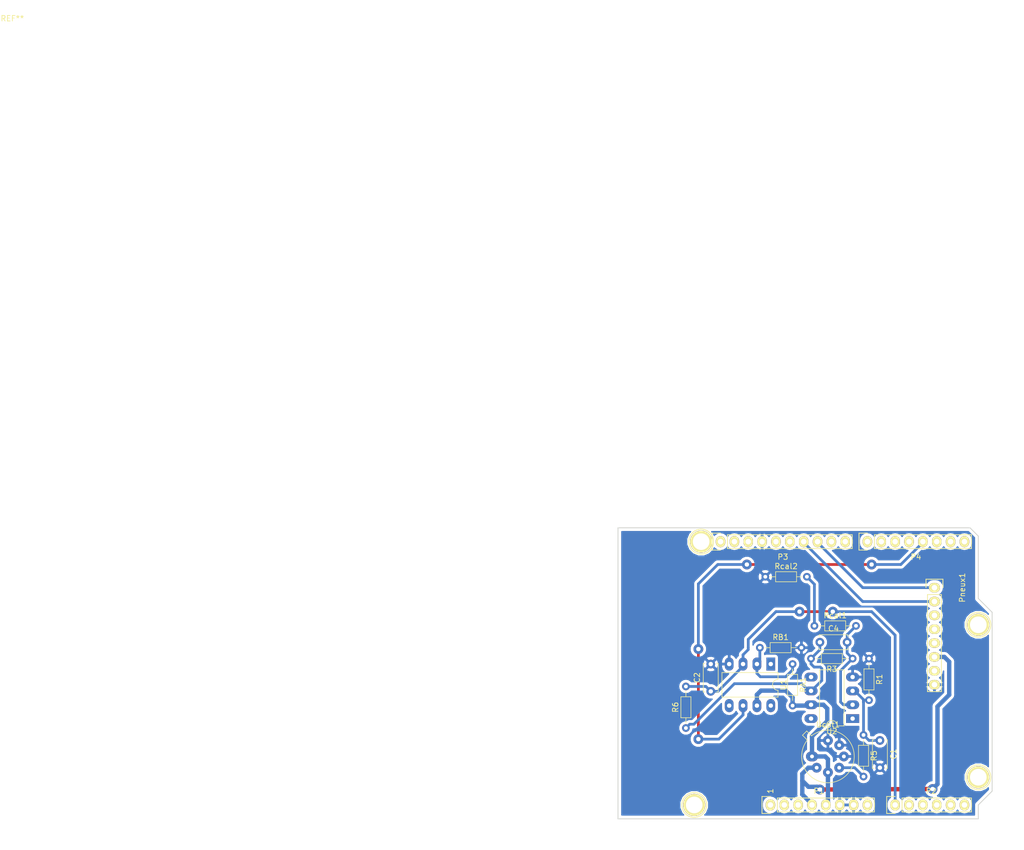
<source format=kicad_pcb>
(kicad_pcb (version 20171130) (host pcbnew "(5.0.0)")

  (general
    (thickness 1.6)
    (drawings 28)
    (tracks 121)
    (zones 0)
    (modules 24)
    (nets 51)
  )

  (page A4)
  (title_block
    (date "lun. 30 mars 2015")
  )

  (layers
    (0 F.Cu signal)
    (31 B.Cu signal)
    (32 B.Adhes user)
    (33 F.Adhes user)
    (34 B.Paste user)
    (35 F.Paste user)
    (36 B.SilkS user)
    (37 F.SilkS user)
    (38 B.Mask user)
    (39 F.Mask user)
    (40 Dwgs.User user)
    (41 Cmts.User user)
    (42 Eco1.User user)
    (43 Eco2.User user)
    (44 Edge.Cuts user)
    (45 Margin user)
    (46 B.CrtYd user)
    (47 F.CrtYd user)
    (48 B.Fab user)
    (49 F.Fab user)
  )

  (setup
    (last_trace_width 0.5)
    (trace_clearance 0.5)
    (zone_clearance 0.508)
    (zone_45_only no)
    (trace_min 0.2)
    (segment_width 0.15)
    (edge_width 0.15)
    (via_size 1.8)
    (via_drill 0.8)
    (via_min_size 0.4)
    (via_min_drill 0.3)
    (uvia_size 0.3)
    (uvia_drill 0.1)
    (uvias_allowed no)
    (uvia_min_size 0.2)
    (uvia_min_drill 0.1)
    (pcb_text_width 0.3)
    (pcb_text_size 1.5 1.5)
    (mod_edge_width 0.15)
    (mod_text_size 1 1)
    (mod_text_width 0.15)
    (pad_size 4.064 4.064)
    (pad_drill 3.048)
    (pad_to_mask_clearance 0)
    (aux_axis_origin 110.998 126.365)
    (visible_elements 7FFFFFFF)
    (pcbplotparams
      (layerselection 0x00030_80000001)
      (usegerberextensions false)
      (usegerberattributes false)
      (usegerberadvancedattributes false)
      (creategerberjobfile false)
      (excludeedgelayer true)
      (linewidth 0.100000)
      (plotframeref false)
      (viasonmask false)
      (mode 1)
      (useauxorigin false)
      (hpglpennumber 1)
      (hpglpenspeed 20)
      (hpglpendiameter 15.000000)
      (psnegative false)
      (psa4output false)
      (plotreference true)
      (plotvalue true)
      (plotinvisibletext false)
      (padsonsilk false)
      (subtractmaskfromsilk false)
      (outputformat 1)
      (mirror false)
      (drillshape 1)
      (scaleselection 1)
      (outputdirectory ""))
  )

  (net 0 "")
  (net 1 /IOREF)
  (net 2 /Reset)
  (net 3 +5V)
  (net 4 GND)
  (net 5 /Vin)
  (net 6 "Net-(P5-Pad1)")
  (net 7 "Net-(P6-Pad1)")
  (net 8 "Net-(P7-Pad1)")
  (net 9 "Net-(P8-Pad1)")
  (net 10 "Net-(P1-Pad1)")
  (net 11 +3V3)
  (net 12 "Net-(C1-Pad1)")
  (net 13 A0)
  (net 14 "Net-(C4-Pad2)")
  (net 15 "Net-(C4-Pad1)")
  (net 16 A1)
  (net 17 "Net-(P2-Pad3)")
  (net 18 "Net-(P2-Pad4)")
  (net 19 "Net-(P2-Pad5)")
  (net 20 "Net-(P2-Pad6)")
  (net 21 "Net-(P3-Pad1)")
  (net 22 "Net-(P3-Pad2)")
  (net 23 "Net-(P3-Pad3)")
  (net 24 "Net-(P3-Pad5)")
  (net 25 "Net-(P3-Pad6)")
  (net 26 Rx)
  (net 27 Tx)
  (net 28 "Net-(P3-Pad9)")
  (net 29 "Net-(P3-Pad10)")
  (net 30 "Net-(P4-Pad1)")
  (net 31 "Net-(P4-Pad2)")
  (net 32 "Net-(P4-Pad3)")
  (net 33 "Net-(P4-Pad4)")
  (net 34 Comparateur_Output)
  (net 35 "Net-(P4-Pad6)")
  (net 36 "Net-(P4-Pad7)")
  (net 37 "Net-(P4-Pad8)")
  (net 38 "Net-(Pneux1-Pad3)")
  (net 39 "Net-(Pneux1-Pad4)")
  (net 40 "Net-(Pneux1-Pad5)")
  (net 41 "Net-(Pneux1-Pad7)")
  (net 42 "Net-(R5-Pad2)")
  (net 43 "Net-(RA1-Pad1)")
  (net 44 "Net-(Rcal1-Pad1)")
  (net 45 "Net-(U1-Pad1)")
  (net 46 "Net-(U1-Pad5)")
  (net 47 "Net-(U1-Pad8)")
  (net 48 "Net-(U2-Pad8)")
  (net 49 "Net-(U2-Pad5)")
  (net 50 "Net-(U2-Pad1)")

  (net_class Default "This is the default net class."
    (clearance 0.5)
    (trace_width 0.5)
    (via_dia 1.8)
    (via_drill 0.8)
    (uvia_dia 0.3)
    (uvia_drill 0.1)
    (add_net /IOREF)
    (add_net /Reset)
    (add_net /Vin)
    (add_net A0)
    (add_net A1)
    (add_net Comparateur_Output)
    (add_net "Net-(C1-Pad1)")
    (add_net "Net-(C4-Pad1)")
    (add_net "Net-(C4-Pad2)")
    (add_net "Net-(P1-Pad1)")
    (add_net "Net-(P2-Pad3)")
    (add_net "Net-(P2-Pad4)")
    (add_net "Net-(P2-Pad5)")
    (add_net "Net-(P2-Pad6)")
    (add_net "Net-(P3-Pad1)")
    (add_net "Net-(P3-Pad10)")
    (add_net "Net-(P3-Pad2)")
    (add_net "Net-(P3-Pad3)")
    (add_net "Net-(P3-Pad5)")
    (add_net "Net-(P3-Pad6)")
    (add_net "Net-(P3-Pad9)")
    (add_net "Net-(P4-Pad1)")
    (add_net "Net-(P4-Pad2)")
    (add_net "Net-(P4-Pad3)")
    (add_net "Net-(P4-Pad4)")
    (add_net "Net-(P4-Pad6)")
    (add_net "Net-(P4-Pad7)")
    (add_net "Net-(P4-Pad8)")
    (add_net "Net-(P5-Pad1)")
    (add_net "Net-(P6-Pad1)")
    (add_net "Net-(P7-Pad1)")
    (add_net "Net-(P8-Pad1)")
    (add_net "Net-(Pneux1-Pad3)")
    (add_net "Net-(Pneux1-Pad4)")
    (add_net "Net-(Pneux1-Pad5)")
    (add_net "Net-(Pneux1-Pad7)")
    (add_net "Net-(R5-Pad2)")
    (add_net "Net-(RA1-Pad1)")
    (add_net "Net-(Rcal1-Pad1)")
    (add_net "Net-(U1-Pad1)")
    (add_net "Net-(U1-Pad5)")
    (add_net "Net-(U1-Pad8)")
    (add_net "Net-(U2-Pad1)")
    (add_net "Net-(U2-Pad5)")
    (add_net "Net-(U2-Pad8)")
    (add_net Rx)
    (add_net Tx)
  )

  (net_class Alim ""
    (clearance 0.5)
    (trace_width 0.8)
    (via_dia 1.8)
    (via_drill 0.8)
    (uvia_dia 0.3)
    (uvia_drill 0.1)
    (add_net +3V3)
    (add_net +5V)
    (add_net GND)
  )

  (module T05 (layer F.Cu) (tedit 5DE13154) (tstamp 5DFA7887)
    (at 0 0)
    (fp_text reference REF** (at 0 -20.32) (layer F.SilkS)
      (effects (font (size 1 1) (thickness 0.15)))
    )
    (fp_text value T05 (at 0 -22.86) (layer F.Fab)
      (effects (font (size 1 1) (thickness 0.15)))
    )
  )

  (module Socket_Arduino_Uno:Socket_Strip_Arduino_1x08 locked (layer F.Cu) (tedit 552168D2) (tstamp 551AF9EA)
    (at 138.938 123.825)
    (descr "Through hole socket strip")
    (tags "socket strip")
    (path /56D70129)
    (fp_text reference P1 (at 8.89 -2.54) (layer F.SilkS)
      (effects (font (size 1 1) (thickness 0.15)))
    )
    (fp_text value Power (at 8.89 -4.064) (layer F.Fab)
      (effects (font (size 1 1) (thickness 0.15)))
    )
    (fp_line (start -1.75 -1.75) (end -1.75 1.75) (layer F.CrtYd) (width 0.05))
    (fp_line (start 19.55 -1.75) (end 19.55 1.75) (layer F.CrtYd) (width 0.05))
    (fp_line (start -1.75 -1.75) (end 19.55 -1.75) (layer F.CrtYd) (width 0.05))
    (fp_line (start -1.75 1.75) (end 19.55 1.75) (layer F.CrtYd) (width 0.05))
    (fp_line (start 1.27 1.27) (end 19.05 1.27) (layer F.SilkS) (width 0.15))
    (fp_line (start 19.05 1.27) (end 19.05 -1.27) (layer F.SilkS) (width 0.15))
    (fp_line (start 19.05 -1.27) (end 1.27 -1.27) (layer F.SilkS) (width 0.15))
    (fp_line (start -1.55 1.55) (end 0 1.55) (layer F.SilkS) (width 0.15))
    (fp_line (start 1.27 1.27) (end 1.27 -1.27) (layer F.SilkS) (width 0.15))
    (fp_line (start 0 -1.55) (end -1.55 -1.55) (layer F.SilkS) (width 0.15))
    (fp_line (start -1.55 -1.55) (end -1.55 1.55) (layer F.SilkS) (width 0.15))
    (pad 1 thru_hole oval (at 0 0) (size 1.7272 2.032) (drill 1.016) (layers *.Cu *.Mask F.SilkS)
      (net 10 "Net-(P1-Pad1)"))
    (pad 2 thru_hole oval (at 2.54 0) (size 1.7272 2.032) (drill 1.016) (layers *.Cu *.Mask F.SilkS)
      (net 1 /IOREF))
    (pad 3 thru_hole oval (at 5.08 0) (size 1.7272 2.032) (drill 1.016) (layers *.Cu *.Mask F.SilkS)
      (net 2 /Reset))
    (pad 4 thru_hole oval (at 7.62 0) (size 1.7272 2.032) (drill 1.016) (layers *.Cu *.Mask F.SilkS)
      (net 11 +3V3))
    (pad 5 thru_hole oval (at 10.16 0) (size 1.7272 2.032) (drill 1.016) (layers *.Cu *.Mask F.SilkS)
      (net 3 +5V))
    (pad 6 thru_hole oval (at 12.7 0) (size 1.7272 2.032) (drill 1.016) (layers *.Cu *.Mask F.SilkS)
      (net 4 GND))
    (pad 7 thru_hole oval (at 15.24 0) (size 1.7272 2.032) (drill 1.016) (layers *.Cu *.Mask F.SilkS)
      (net 4 GND))
    (pad 8 thru_hole oval (at 17.78 0) (size 1.7272 2.032) (drill 1.016) (layers *.Cu *.Mask F.SilkS)
      (net 5 /Vin))
    (model ${KIPRJMOD}/Socket_Arduino_Uno.3dshapes/Socket_header_Arduino_1x08.wrl
      (offset (xyz 8.889999866485596 0 0))
      (scale (xyz 1 1 1))
      (rotate (xyz 0 0 180))
    )
  )

  (module Socket_Arduino_Uno:Socket_Strip_Arduino_1x06 locked (layer F.Cu) (tedit 552168D6) (tstamp 551AF9FF)
    (at 161.798 123.825)
    (descr "Through hole socket strip")
    (tags "socket strip")
    (path /56D70DD8)
    (fp_text reference P2 (at 6.604 -2.54) (layer F.SilkS)
      (effects (font (size 1 1) (thickness 0.15)))
    )
    (fp_text value Analog (at 6.604 -4.064) (layer F.Fab)
      (effects (font (size 1 1) (thickness 0.15)))
    )
    (fp_line (start -1.75 -1.75) (end -1.75 1.75) (layer F.CrtYd) (width 0.05))
    (fp_line (start 14.45 -1.75) (end 14.45 1.75) (layer F.CrtYd) (width 0.05))
    (fp_line (start -1.75 -1.75) (end 14.45 -1.75) (layer F.CrtYd) (width 0.05))
    (fp_line (start -1.75 1.75) (end 14.45 1.75) (layer F.CrtYd) (width 0.05))
    (fp_line (start 1.27 1.27) (end 13.97 1.27) (layer F.SilkS) (width 0.15))
    (fp_line (start 13.97 1.27) (end 13.97 -1.27) (layer F.SilkS) (width 0.15))
    (fp_line (start 13.97 -1.27) (end 1.27 -1.27) (layer F.SilkS) (width 0.15))
    (fp_line (start -1.55 1.55) (end 0 1.55) (layer F.SilkS) (width 0.15))
    (fp_line (start 1.27 1.27) (end 1.27 -1.27) (layer F.SilkS) (width 0.15))
    (fp_line (start 0 -1.55) (end -1.55 -1.55) (layer F.SilkS) (width 0.15))
    (fp_line (start -1.55 -1.55) (end -1.55 1.55) (layer F.SilkS) (width 0.15))
    (pad 1 thru_hole oval (at 0 0) (size 1.7272 2.032) (drill 1.016) (layers *.Cu *.Mask F.SilkS)
      (net 13 A0))
    (pad 2 thru_hole oval (at 2.54 0) (size 1.7272 2.032) (drill 1.016) (layers *.Cu *.Mask F.SilkS)
      (net 16 A1))
    (pad 3 thru_hole oval (at 5.08 0) (size 1.7272 2.032) (drill 1.016) (layers *.Cu *.Mask F.SilkS)
      (net 17 "Net-(P2-Pad3)"))
    (pad 4 thru_hole oval (at 7.62 0) (size 1.7272 2.032) (drill 1.016) (layers *.Cu *.Mask F.SilkS)
      (net 18 "Net-(P2-Pad4)"))
    (pad 5 thru_hole oval (at 10.16 0) (size 1.7272 2.032) (drill 1.016) (layers *.Cu *.Mask F.SilkS)
      (net 19 "Net-(P2-Pad5)"))
    (pad 6 thru_hole oval (at 12.7 0) (size 1.7272 2.032) (drill 1.016) (layers *.Cu *.Mask F.SilkS)
      (net 20 "Net-(P2-Pad6)"))
    (model ${KIPRJMOD}/Socket_Arduino_Uno.3dshapes/Socket_header_Arduino_1x06.wrl
      (offset (xyz 6.349999904632568 0 0))
      (scale (xyz 1 1 1))
      (rotate (xyz 0 0 180))
    )
  )

  (module Socket_Arduino_Uno:Socket_Strip_Arduino_1x10 locked (layer F.Cu) (tedit 552168BF) (tstamp 551AFA18)
    (at 129.794 75.565)
    (descr "Through hole socket strip")
    (tags "socket strip")
    (path /56D721E0)
    (fp_text reference P3 (at 11.43 2.794) (layer F.SilkS)
      (effects (font (size 1 1) (thickness 0.15)))
    )
    (fp_text value Digital (at 11.43 4.318) (layer F.Fab)
      (effects (font (size 1 1) (thickness 0.15)))
    )
    (fp_line (start -1.75 -1.75) (end -1.75 1.75) (layer F.CrtYd) (width 0.05))
    (fp_line (start 24.65 -1.75) (end 24.65 1.75) (layer F.CrtYd) (width 0.05))
    (fp_line (start -1.75 -1.75) (end 24.65 -1.75) (layer F.CrtYd) (width 0.05))
    (fp_line (start -1.75 1.75) (end 24.65 1.75) (layer F.CrtYd) (width 0.05))
    (fp_line (start 1.27 1.27) (end 24.13 1.27) (layer F.SilkS) (width 0.15))
    (fp_line (start 24.13 1.27) (end 24.13 -1.27) (layer F.SilkS) (width 0.15))
    (fp_line (start 24.13 -1.27) (end 1.27 -1.27) (layer F.SilkS) (width 0.15))
    (fp_line (start -1.55 1.55) (end 0 1.55) (layer F.SilkS) (width 0.15))
    (fp_line (start 1.27 1.27) (end 1.27 -1.27) (layer F.SilkS) (width 0.15))
    (fp_line (start 0 -1.55) (end -1.55 -1.55) (layer F.SilkS) (width 0.15))
    (fp_line (start -1.55 -1.55) (end -1.55 1.55) (layer F.SilkS) (width 0.15))
    (pad 1 thru_hole oval (at 0 0) (size 1.7272 2.032) (drill 1.016) (layers *.Cu *.Mask F.SilkS)
      (net 21 "Net-(P3-Pad1)"))
    (pad 2 thru_hole oval (at 2.54 0) (size 1.7272 2.032) (drill 1.016) (layers *.Cu *.Mask F.SilkS)
      (net 22 "Net-(P3-Pad2)"))
    (pad 3 thru_hole oval (at 5.08 0) (size 1.7272 2.032) (drill 1.016) (layers *.Cu *.Mask F.SilkS)
      (net 23 "Net-(P3-Pad3)"))
    (pad 4 thru_hole oval (at 7.62 0) (size 1.7272 2.032) (drill 1.016) (layers *.Cu *.Mask F.SilkS)
      (net 4 GND))
    (pad 5 thru_hole oval (at 10.16 0) (size 1.7272 2.032) (drill 1.016) (layers *.Cu *.Mask F.SilkS)
      (net 24 "Net-(P3-Pad5)"))
    (pad 6 thru_hole oval (at 12.7 0) (size 1.7272 2.032) (drill 1.016) (layers *.Cu *.Mask F.SilkS)
      (net 25 "Net-(P3-Pad6)"))
    (pad 7 thru_hole oval (at 15.24 0) (size 1.7272 2.032) (drill 1.016) (layers *.Cu *.Mask F.SilkS)
      (net 26 Rx))
    (pad 8 thru_hole oval (at 17.78 0) (size 1.7272 2.032) (drill 1.016) (layers *.Cu *.Mask F.SilkS)
      (net 27 Tx))
    (pad 9 thru_hole oval (at 20.32 0) (size 1.7272 2.032) (drill 1.016) (layers *.Cu *.Mask F.SilkS)
      (net 28 "Net-(P3-Pad9)"))
    (pad 10 thru_hole oval (at 22.86 0) (size 1.7272 2.032) (drill 1.016) (layers *.Cu *.Mask F.SilkS)
      (net 29 "Net-(P3-Pad10)"))
    (model ${KIPRJMOD}/Socket_Arduino_Uno.3dshapes/Socket_header_Arduino_1x10.wrl
      (offset (xyz 11.42999982833862 0 0))
      (scale (xyz 1 1 1))
      (rotate (xyz 0 0 180))
    )
  )

  (module Socket_Arduino_Uno:Socket_Strip_Arduino_1x08 locked (layer F.Cu) (tedit 552168C7) (tstamp 551AFA2F)
    (at 156.718 75.565)
    (descr "Through hole socket strip")
    (tags "socket strip")
    (path /56D7164F)
    (fp_text reference P4 (at 8.89 2.794) (layer F.SilkS)
      (effects (font (size 1 1) (thickness 0.15)))
    )
    (fp_text value Digital (at 8.89 4.318) (layer F.Fab)
      (effects (font (size 1 1) (thickness 0.15)))
    )
    (fp_line (start -1.75 -1.75) (end -1.75 1.75) (layer F.CrtYd) (width 0.05))
    (fp_line (start 19.55 -1.75) (end 19.55 1.75) (layer F.CrtYd) (width 0.05))
    (fp_line (start -1.75 -1.75) (end 19.55 -1.75) (layer F.CrtYd) (width 0.05))
    (fp_line (start -1.75 1.75) (end 19.55 1.75) (layer F.CrtYd) (width 0.05))
    (fp_line (start 1.27 1.27) (end 19.05 1.27) (layer F.SilkS) (width 0.15))
    (fp_line (start 19.05 1.27) (end 19.05 -1.27) (layer F.SilkS) (width 0.15))
    (fp_line (start 19.05 -1.27) (end 1.27 -1.27) (layer F.SilkS) (width 0.15))
    (fp_line (start -1.55 1.55) (end 0 1.55) (layer F.SilkS) (width 0.15))
    (fp_line (start 1.27 1.27) (end 1.27 -1.27) (layer F.SilkS) (width 0.15))
    (fp_line (start 0 -1.55) (end -1.55 -1.55) (layer F.SilkS) (width 0.15))
    (fp_line (start -1.55 -1.55) (end -1.55 1.55) (layer F.SilkS) (width 0.15))
    (pad 1 thru_hole oval (at 0 0) (size 1.7272 2.032) (drill 1.016) (layers *.Cu *.Mask F.SilkS)
      (net 30 "Net-(P4-Pad1)"))
    (pad 2 thru_hole oval (at 2.54 0) (size 1.7272 2.032) (drill 1.016) (layers *.Cu *.Mask F.SilkS)
      (net 31 "Net-(P4-Pad2)"))
    (pad 3 thru_hole oval (at 5.08 0) (size 1.7272 2.032) (drill 1.016) (layers *.Cu *.Mask F.SilkS)
      (net 32 "Net-(P4-Pad3)"))
    (pad 4 thru_hole oval (at 7.62 0) (size 1.7272 2.032) (drill 1.016) (layers *.Cu *.Mask F.SilkS)
      (net 33 "Net-(P4-Pad4)"))
    (pad 5 thru_hole oval (at 10.16 0) (size 1.7272 2.032) (drill 1.016) (layers *.Cu *.Mask F.SilkS)
      (net 34 Comparateur_Output))
    (pad 6 thru_hole oval (at 12.7 0) (size 1.7272 2.032) (drill 1.016) (layers *.Cu *.Mask F.SilkS)
      (net 35 "Net-(P4-Pad6)"))
    (pad 7 thru_hole oval (at 15.24 0) (size 1.7272 2.032) (drill 1.016) (layers *.Cu *.Mask F.SilkS)
      (net 36 "Net-(P4-Pad7)"))
    (pad 8 thru_hole oval (at 17.78 0) (size 1.7272 2.032) (drill 1.016) (layers *.Cu *.Mask F.SilkS)
      (net 37 "Net-(P4-Pad8)"))
    (model ${KIPRJMOD}/Socket_Arduino_Uno.3dshapes/Socket_header_Arduino_1x08.wrl
      (offset (xyz 8.889999866485596 0 0))
      (scale (xyz 1 1 1))
      (rotate (xyz 0 0 180))
    )
  )

  (module Socket_Arduino_Uno:Arduino_1pin locked (layer F.Cu) (tedit 5524FC39) (tstamp 5524FC3F)
    (at 124.968 123.825)
    (descr "module 1 pin (ou trou mecanique de percage)")
    (tags DEV)
    (path /56D71177)
    (fp_text reference P5 (at 0 -3.048) (layer F.SilkS) hide
      (effects (font (size 1 1) (thickness 0.15)))
    )
    (fp_text value CONN_01X01 (at 0 2.794) (layer F.Fab) hide
      (effects (font (size 1 1) (thickness 0.15)))
    )
    (fp_circle (center 0 0) (end 0 -2.286) (layer F.SilkS) (width 0.15))
    (pad 1 thru_hole circle (at 0 0) (size 4.064 4.064) (drill 3.048) (layers *.Cu *.Mask F.SilkS)
      (net 6 "Net-(P5-Pad1)"))
  )

  (module Socket_Arduino_Uno:Arduino_1pin locked (layer F.Cu) (tedit 5524FC4A) (tstamp 5524FC44)
    (at 177.038 118.745)
    (descr "module 1 pin (ou trou mecanique de percage)")
    (tags DEV)
    (path /56D71274)
    (fp_text reference P6 (at 0 -3.048) (layer F.SilkS) hide
      (effects (font (size 1 1) (thickness 0.15)))
    )
    (fp_text value CONN_01X01 (at 0 2.794) (layer F.Fab) hide
      (effects (font (size 1 1) (thickness 0.15)))
    )
    (fp_circle (center 0 0) (end 0 -2.286) (layer F.SilkS) (width 0.15))
    (pad 1 thru_hole circle (at 0 0) (size 4.064 4.064) (drill 3.048) (layers *.Cu *.Mask F.SilkS)
      (net 7 "Net-(P6-Pad1)"))
  )

  (module Socket_Arduino_Uno:Arduino_1pin locked (layer F.Cu) (tedit 5524FC2F) (tstamp 5524FC49)
    (at 126.238 75.565)
    (descr "module 1 pin (ou trou mecanique de percage)")
    (tags DEV)
    (path /56D712A8)
    (fp_text reference P7 (at 0 -3.048) (layer F.SilkS) hide
      (effects (font (size 1 1) (thickness 0.15)))
    )
    (fp_text value CONN_01X01 (at 0 2.794) (layer F.Fab) hide
      (effects (font (size 1 1) (thickness 0.15)))
    )
    (fp_circle (center 0 0) (end 0 -2.286) (layer F.SilkS) (width 0.15))
    (pad 1 thru_hole circle (at 0 0) (size 4.064 4.064) (drill 3.048) (layers *.Cu *.Mask F.SilkS)
      (net 8 "Net-(P7-Pad1)"))
  )

  (module Socket_Arduino_Uno:Arduino_1pin locked (layer F.Cu) (tedit 5524FC41) (tstamp 5524FC4E)
    (at 177.038 90.805)
    (descr "module 1 pin (ou trou mecanique de percage)")
    (tags DEV)
    (path /56D712DB)
    (fp_text reference P8 (at 0 -3.048) (layer F.SilkS) hide
      (effects (font (size 1 1) (thickness 0.15)))
    )
    (fp_text value CONN_01X01 (at 0 2.794) (layer F.Fab) hide
      (effects (font (size 1 1) (thickness 0.15)))
    )
    (fp_circle (center 0 0) (end 0 -2.286) (layer F.SilkS) (width 0.15))
    (pad 1 thru_hole circle (at 0 0) (size 4.064 4.064) (drill 3.048) (layers *.Cu *.Mask F.SilkS)
      (net 9 "Net-(P8-Pad1)"))
  )

  (module Capacitor_THT:C_Disc_D5.0mm_W2.5mm_P5.00mm (layer F.Cu) (tedit 5AE50EF0) (tstamp 5DFD4184)
    (at 159 112 270)
    (descr "C, Disc series, Radial, pin pitch=5.00mm, , diameter*width=5*2.5mm^2, Capacitor, http://cdn-reichelt.de/documents/datenblatt/B300/DS_KERKO_TC.pdf")
    (tags "C Disc series Radial pin pitch 5.00mm  diameter 5mm width 2.5mm Capacitor")
    (path /5DDD985D)
    (fp_text reference C1 (at 2.5 -2.5 270) (layer F.SilkS)
      (effects (font (size 1 1) (thickness 0.15)))
    )
    (fp_text value C (at 2.5 2.5 270) (layer F.Fab)
      (effects (font (size 1 1) (thickness 0.15)))
    )
    (fp_text user %R (at 3 0 270) (layer F.Fab)
      (effects (font (size 1 1) (thickness 0.15)))
    )
    (fp_line (start 6.05 -1.5) (end -1.05 -1.5) (layer F.CrtYd) (width 0.05))
    (fp_line (start 6.05 1.5) (end 6.05 -1.5) (layer F.CrtYd) (width 0.05))
    (fp_line (start -1.05 1.5) (end 6.05 1.5) (layer F.CrtYd) (width 0.05))
    (fp_line (start -1.05 -1.5) (end -1.05 1.5) (layer F.CrtYd) (width 0.05))
    (fp_line (start 5.12 1.055) (end 5.12 1.37) (layer F.SilkS) (width 0.12))
    (fp_line (start 5.12 -1.37) (end 5.12 -1.055) (layer F.SilkS) (width 0.12))
    (fp_line (start -0.12 1.055) (end -0.12 1.37) (layer F.SilkS) (width 0.12))
    (fp_line (start -0.12 -1.37) (end -0.12 -1.055) (layer F.SilkS) (width 0.12))
    (fp_line (start -0.12 1.37) (end 5.12 1.37) (layer F.SilkS) (width 0.12))
    (fp_line (start -0.12 -1.37) (end 5.12 -1.37) (layer F.SilkS) (width 0.12))
    (fp_line (start 5 -1.25) (end 0 -1.25) (layer F.Fab) (width 0.1))
    (fp_line (start 5 1.25) (end 5 -1.25) (layer F.Fab) (width 0.1))
    (fp_line (start 0 1.25) (end 5 1.25) (layer F.Fab) (width 0.1))
    (fp_line (start 0 -1.25) (end 0 1.25) (layer F.Fab) (width 0.1))
    (pad 2 thru_hole circle (at 5 0 270) (size 1.6 1.6) (drill 0.8) (layers *.Cu *.Mask)
      (net 4 GND))
    (pad 1 thru_hole circle (at 0 0 270) (size 1.6 1.6) (drill 0.8) (layers *.Cu *.Mask)
      (net 12 "Net-(C1-Pad1)"))
    (model ${KISYS3DMOD}/Capacitor_THT.3dshapes/C_Disc_D5.0mm_W2.5mm_P5.00mm.wrl
      (at (xyz 0 0 0))
      (scale (xyz 1 1 1))
      (rotate (xyz 0 0 0))
    )
  )

  (module Capacitor_THT:C_Disc_D5.0mm_W2.5mm_P5.00mm (layer F.Cu) (tedit 5AE50EF0) (tstamp 5DFD42F8)
    (at 128 103 90)
    (descr "C, Disc series, Radial, pin pitch=5.00mm, , diameter*width=5*2.5mm^2, Capacitor, http://cdn-reichelt.de/documents/datenblatt/B300/DS_KERKO_TC.pdf")
    (tags "C Disc series Radial pin pitch 5.00mm  diameter 5mm width 2.5mm Capacitor")
    (path /5DE010DF)
    (fp_text reference C2 (at 2.5 -2.5 90) (layer F.SilkS)
      (effects (font (size 1 1) (thickness 0.15)))
    )
    (fp_text value C (at 2.5 2.5 90) (layer F.Fab)
      (effects (font (size 1 1) (thickness 0.15)))
    )
    (fp_line (start 0 -1.25) (end 0 1.25) (layer F.Fab) (width 0.1))
    (fp_line (start 0 1.25) (end 5 1.25) (layer F.Fab) (width 0.1))
    (fp_line (start 5 1.25) (end 5 -1.25) (layer F.Fab) (width 0.1))
    (fp_line (start 5 -1.25) (end 0 -1.25) (layer F.Fab) (width 0.1))
    (fp_line (start -0.12 -1.37) (end 5.12 -1.37) (layer F.SilkS) (width 0.12))
    (fp_line (start -0.12 1.37) (end 5.12 1.37) (layer F.SilkS) (width 0.12))
    (fp_line (start -0.12 -1.37) (end -0.12 -1.055) (layer F.SilkS) (width 0.12))
    (fp_line (start -0.12 1.055) (end -0.12 1.37) (layer F.SilkS) (width 0.12))
    (fp_line (start 5.12 -1.37) (end 5.12 -1.055) (layer F.SilkS) (width 0.12))
    (fp_line (start 5.12 1.055) (end 5.12 1.37) (layer F.SilkS) (width 0.12))
    (fp_line (start -1.05 -1.5) (end -1.05 1.5) (layer F.CrtYd) (width 0.05))
    (fp_line (start -1.05 1.5) (end 6.05 1.5) (layer F.CrtYd) (width 0.05))
    (fp_line (start 6.05 1.5) (end 6.05 -1.5) (layer F.CrtYd) (width 0.05))
    (fp_line (start 6.05 -1.5) (end -1.05 -1.5) (layer F.CrtYd) (width 0.05))
    (fp_text user %R (at 2.5 0 90) (layer F.Fab)
      (effects (font (size 1 1) (thickness 0.15)))
    )
    (pad 1 thru_hole circle (at 0 0 90) (size 1.6 1.6) (drill 0.8) (layers *.Cu *.Mask)
      (net 13 A0))
    (pad 2 thru_hole circle (at 5 0 90) (size 1.6 1.6) (drill 0.8) (layers *.Cu *.Mask)
      (net 4 GND))
    (model ${KISYS3DMOD}/Capacitor_THT.3dshapes/C_Disc_D5.0mm_W2.5mm_P5.00mm.wrl
      (at (xyz 0 0 0))
      (scale (xyz 1 1 1))
      (rotate (xyz 0 0 0))
    )
  )

  (module Capacitor_THT:C_Disc_D5.0mm_W2.5mm_P5.00mm (layer F.Cu) (tedit 5AE50EF0) (tstamp 5DFD42BC)
    (at 148 94)
    (descr "C, Disc series, Radial, pin pitch=5.00mm, , diameter*width=5*2.5mm^2, Capacitor, http://cdn-reichelt.de/documents/datenblatt/B300/DS_KERKO_TC.pdf")
    (tags "C Disc series Radial pin pitch 5.00mm  diameter 5mm width 2.5mm Capacitor")
    (path /5DDFB977)
    (fp_text reference C4 (at 2.5 -2.5) (layer F.SilkS)
      (effects (font (size 1 1) (thickness 0.15)))
    )
    (fp_text value C (at 2.5 2.5) (layer F.Fab)
      (effects (font (size 1 1) (thickness 0.15)))
    )
    (fp_text user %R (at 2.5 0) (layer F.Fab)
      (effects (font (size 1 1) (thickness 0.15)))
    )
    (fp_line (start 6.05 -1.5) (end -1.05 -1.5) (layer F.CrtYd) (width 0.05))
    (fp_line (start 6.05 1.5) (end 6.05 -1.5) (layer F.CrtYd) (width 0.05))
    (fp_line (start -1.05 1.5) (end 6.05 1.5) (layer F.CrtYd) (width 0.05))
    (fp_line (start -1.05 -1.5) (end -1.05 1.5) (layer F.CrtYd) (width 0.05))
    (fp_line (start 5.12 1.055) (end 5.12 1.37) (layer F.SilkS) (width 0.12))
    (fp_line (start 5.12 -1.37) (end 5.12 -1.055) (layer F.SilkS) (width 0.12))
    (fp_line (start -0.12 1.055) (end -0.12 1.37) (layer F.SilkS) (width 0.12))
    (fp_line (start -0.12 -1.37) (end -0.12 -1.055) (layer F.SilkS) (width 0.12))
    (fp_line (start -0.12 1.37) (end 5.12 1.37) (layer F.SilkS) (width 0.12))
    (fp_line (start -0.12 -1.37) (end 5.12 -1.37) (layer F.SilkS) (width 0.12))
    (fp_line (start 5 -1.25) (end 0 -1.25) (layer F.Fab) (width 0.1))
    (fp_line (start 5 1.25) (end 5 -1.25) (layer F.Fab) (width 0.1))
    (fp_line (start 0 1.25) (end 5 1.25) (layer F.Fab) (width 0.1))
    (fp_line (start 0 -1.25) (end 0 1.25) (layer F.Fab) (width 0.1))
    (pad 2 thru_hole circle (at 5 0) (size 1.6 1.6) (drill 0.8) (layers *.Cu *.Mask)
      (net 14 "Net-(C4-Pad2)"))
    (pad 1 thru_hole circle (at 0 0) (size 1.6 1.6) (drill 0.8) (layers *.Cu *.Mask)
      (net 15 "Net-(C4-Pad1)"))
    (model ${KISYS3DMOD}/Capacitor_THT.3dshapes/C_Disc_D5.0mm_W2.5mm_P5.00mm.wrl
      (at (xyz 0 0 0))
      (scale (xyz 1 1 1))
      (rotate (xyz 0 0 0))
    )
  )

  (module Resistor_THT:R_Axial_DIN0204_L3.6mm_D1.6mm_P7.62mm_Horizontal (layer F.Cu) (tedit 5AE5139B) (tstamp 5DFD427C)
    (at 157 97 270)
    (descr "Resistor, Axial_DIN0204 series, Axial, Horizontal, pin pitch=7.62mm, 0.167W, length*diameter=3.6*1.6mm^2, http://cdn-reichelt.de/documents/datenblatt/B400/1_4W%23YAG.pdf")
    (tags "Resistor Axial_DIN0204 series Axial Horizontal pin pitch 7.62mm 0.167W length 3.6mm diameter 1.6mm")
    (path /5DDE0B1A)
    (fp_text reference R1 (at 3.81 -1.92 270) (layer F.SilkS)
      (effects (font (size 1 1) (thickness 0.15)))
    )
    (fp_text value R (at 3.81 1.92 270) (layer F.Fab)
      (effects (font (size 1 1) (thickness 0.15)))
    )
    (fp_line (start 2.01 -0.8) (end 2.01 0.8) (layer F.Fab) (width 0.1))
    (fp_line (start 2.01 0.8) (end 5.61 0.8) (layer F.Fab) (width 0.1))
    (fp_line (start 5.61 0.8) (end 5.61 -0.8) (layer F.Fab) (width 0.1))
    (fp_line (start 5.61 -0.8) (end 2.01 -0.8) (layer F.Fab) (width 0.1))
    (fp_line (start 0 0) (end 2.01 0) (layer F.Fab) (width 0.1))
    (fp_line (start 7.62 0) (end 5.61 0) (layer F.Fab) (width 0.1))
    (fp_line (start 1.89 -0.92) (end 1.89 0.92) (layer F.SilkS) (width 0.12))
    (fp_line (start 1.89 0.92) (end 5.73 0.92) (layer F.SilkS) (width 0.12))
    (fp_line (start 5.73 0.92) (end 5.73 -0.92) (layer F.SilkS) (width 0.12))
    (fp_line (start 5.73 -0.92) (end 1.89 -0.92) (layer F.SilkS) (width 0.12))
    (fp_line (start 0.94 0) (end 1.89 0) (layer F.SilkS) (width 0.12))
    (fp_line (start 6.68 0) (end 5.73 0) (layer F.SilkS) (width 0.12))
    (fp_line (start -0.95 -1.05) (end -0.95 1.05) (layer F.CrtYd) (width 0.05))
    (fp_line (start -0.95 1.05) (end 8.57 1.05) (layer F.CrtYd) (width 0.05))
    (fp_line (start 8.57 1.05) (end 8.57 -1.05) (layer F.CrtYd) (width 0.05))
    (fp_line (start 8.57 -1.05) (end -0.95 -1.05) (layer F.CrtYd) (width 0.05))
    (fp_text user %R (at 3.81 0 270) (layer F.Fab)
      (effects (font (size 0.72 0.72) (thickness 0.108)))
    )
    (pad 1 thru_hole circle (at 0 0 270) (size 1.4 1.4) (drill 0.7) (layers *.Cu *.Mask)
      (net 4 GND))
    (pad 2 thru_hole oval (at 7.62 0 270) (size 1.4 1.4) (drill 0.7) (layers *.Cu *.Mask)
      (net 12 "Net-(C1-Pad1)"))
    (model ${KISYS3DMOD}/Resistor_THT.3dshapes/R_Axial_DIN0204_L3.6mm_D1.6mm_P7.62mm_Horizontal.wrl
      (at (xyz 0 0 0))
      (scale (xyz 1 1 1))
      (rotate (xyz 0 0 0))
    )
  )

  (module Resistor_THT:R_Axial_DIN0204_L3.6mm_D1.6mm_P7.62mm_Horizontal (layer F.Cu) (tedit 5AE5139B) (tstamp 5DFD423A)
    (at 154 97 180)
    (descr "Resistor, Axial_DIN0204 series, Axial, Horizontal, pin pitch=7.62mm, 0.167W, length*diameter=3.6*1.6mm^2, http://cdn-reichelt.de/documents/datenblatt/B400/1_4W%23YAG.pdf")
    (tags "Resistor Axial_DIN0204 series Axial Horizontal pin pitch 7.62mm 0.167W length 3.6mm diameter 1.6mm")
    (path /5DDFA39B)
    (fp_text reference R3 (at 3.81 -1.92 180) (layer F.SilkS)
      (effects (font (size 1 1) (thickness 0.15)))
    )
    (fp_text value R (at 3.81 1.92 180) (layer F.Fab)
      (effects (font (size 1 1) (thickness 0.15)))
    )
    (fp_text user %R (at 3.81 0 180) (layer F.Fab)
      (effects (font (size 0.72 0.72) (thickness 0.108)))
    )
    (fp_line (start 8.57 -1.05) (end -0.95 -1.05) (layer F.CrtYd) (width 0.05))
    (fp_line (start 8.57 1.05) (end 8.57 -1.05) (layer F.CrtYd) (width 0.05))
    (fp_line (start -0.95 1.05) (end 8.57 1.05) (layer F.CrtYd) (width 0.05))
    (fp_line (start -0.95 -1.05) (end -0.95 1.05) (layer F.CrtYd) (width 0.05))
    (fp_line (start 6.68 0) (end 5.73 0) (layer F.SilkS) (width 0.12))
    (fp_line (start 0.94 0) (end 1.89 0) (layer F.SilkS) (width 0.12))
    (fp_line (start 5.73 -0.92) (end 1.89 -0.92) (layer F.SilkS) (width 0.12))
    (fp_line (start 5.73 0.92) (end 5.73 -0.92) (layer F.SilkS) (width 0.12))
    (fp_line (start 1.89 0.92) (end 5.73 0.92) (layer F.SilkS) (width 0.12))
    (fp_line (start 1.89 -0.92) (end 1.89 0.92) (layer F.SilkS) (width 0.12))
    (fp_line (start 7.62 0) (end 5.61 0) (layer F.Fab) (width 0.1))
    (fp_line (start 0 0) (end 2.01 0) (layer F.Fab) (width 0.1))
    (fp_line (start 5.61 -0.8) (end 2.01 -0.8) (layer F.Fab) (width 0.1))
    (fp_line (start 5.61 0.8) (end 5.61 -0.8) (layer F.Fab) (width 0.1))
    (fp_line (start 2.01 0.8) (end 5.61 0.8) (layer F.Fab) (width 0.1))
    (fp_line (start 2.01 -0.8) (end 2.01 0.8) (layer F.Fab) (width 0.1))
    (pad 2 thru_hole oval (at 7.62 0 180) (size 1.4 1.4) (drill 0.7) (layers *.Cu *.Mask)
      (net 15 "Net-(C4-Pad1)"))
    (pad 1 thru_hole circle (at 0 0 180) (size 1.4 1.4) (drill 0.7) (layers *.Cu *.Mask)
      (net 14 "Net-(C4-Pad2)"))
    (model ${KISYS3DMOD}/Resistor_THT.3dshapes/R_Axial_DIN0204_L3.6mm_D1.6mm_P7.62mm_Horizontal.wrl
      (at (xyz 0 0 0))
      (scale (xyz 1 1 1))
      (rotate (xyz 0 0 0))
    )
  )

  (module Resistor_THT:R_Axial_DIN0204_L3.6mm_D1.6mm_P7.62mm_Horizontal (layer F.Cu) (tedit 5AE5139B) (tstamp 5DFD4144)
    (at 156 111 270)
    (descr "Resistor, Axial_DIN0204 series, Axial, Horizontal, pin pitch=7.62mm, 0.167W, length*diameter=3.6*1.6mm^2, http://cdn-reichelt.de/documents/datenblatt/B400/1_4W%23YAG.pdf")
    (tags "Resistor Axial_DIN0204 series Axial Horizontal pin pitch 7.62mm 0.167W length 3.6mm diameter 1.6mm")
    (path /5DDD3C7E)
    (fp_text reference R5 (at 3.81 -1.92 270) (layer F.SilkS)
      (effects (font (size 1 1) (thickness 0.15)))
    )
    (fp_text value R (at 3.81 1.92 270) (layer F.Fab)
      (effects (font (size 1 1) (thickness 0.15)))
    )
    (fp_line (start 2.01 -0.8) (end 2.01 0.8) (layer F.Fab) (width 0.1))
    (fp_line (start 2.01 0.8) (end 5.61 0.8) (layer F.Fab) (width 0.1))
    (fp_line (start 5.61 0.8) (end 5.61 -0.8) (layer F.Fab) (width 0.1))
    (fp_line (start 5.61 -0.8) (end 2.01 -0.8) (layer F.Fab) (width 0.1))
    (fp_line (start 0 0) (end 2.01 0) (layer F.Fab) (width 0.1))
    (fp_line (start 7.62 0) (end 5.61 0) (layer F.Fab) (width 0.1))
    (fp_line (start 1.89 -0.92) (end 1.89 0.92) (layer F.SilkS) (width 0.12))
    (fp_line (start 1.89 0.92) (end 5.73 0.92) (layer F.SilkS) (width 0.12))
    (fp_line (start 5.73 0.92) (end 5.73 -0.92) (layer F.SilkS) (width 0.12))
    (fp_line (start 5.73 -0.92) (end 1.89 -0.92) (layer F.SilkS) (width 0.12))
    (fp_line (start 0.94 0) (end 1.89 0) (layer F.SilkS) (width 0.12))
    (fp_line (start 6.68 0) (end 5.73 0) (layer F.SilkS) (width 0.12))
    (fp_line (start -0.95 -1.05) (end -0.95 1.05) (layer F.CrtYd) (width 0.05))
    (fp_line (start -0.95 1.05) (end 8.57 1.05) (layer F.CrtYd) (width 0.05))
    (fp_line (start 8.57 1.05) (end 8.57 -1.05) (layer F.CrtYd) (width 0.05))
    (fp_line (start 8.57 -1.05) (end -0.95 -1.05) (layer F.CrtYd) (width 0.05))
    (fp_text user %R (at 3.81 0 270) (layer F.Fab)
      (effects (font (size 0.72 0.72) (thickness 0.108)))
    )
    (pad 1 thru_hole circle (at 0 0 270) (size 1.4 1.4) (drill 0.7) (layers *.Cu *.Mask)
      (net 12 "Net-(C1-Pad1)"))
    (pad 2 thru_hole oval (at 7.62 0 270) (size 1.4 1.4) (drill 0.7) (layers *.Cu *.Mask)
      (net 42 "Net-(R5-Pad2)"))
    (model ${KISYS3DMOD}/Resistor_THT.3dshapes/R_Axial_DIN0204_L3.6mm_D1.6mm_P7.62mm_Horizontal.wrl
      (at (xyz 0 0 0))
      (scale (xyz 1 1 1))
      (rotate (xyz 0 0 0))
    )
  )

  (module Resistor_THT:R_Axial_DIN0204_L3.6mm_D1.6mm_P7.62mm_Horizontal (layer F.Cu) (tedit 5AE5139B) (tstamp 5DFD4102)
    (at 123.444 109.728 90)
    (descr "Resistor, Axial_DIN0204 series, Axial, Horizontal, pin pitch=7.62mm, 0.167W, length*diameter=3.6*1.6mm^2, http://cdn-reichelt.de/documents/datenblatt/B400/1_4W%23YAG.pdf")
    (tags "Resistor Axial_DIN0204 series Axial Horizontal pin pitch 7.62mm 0.167W length 3.6mm diameter 1.6mm")
    (path /5DDFCF97)
    (fp_text reference R6 (at 3.81 -1.92 90) (layer F.SilkS)
      (effects (font (size 1 1) (thickness 0.15)))
    )
    (fp_text value R (at 3.81 1.92 90) (layer F.Fab)
      (effects (font (size 1 1) (thickness 0.15)))
    )
    (fp_line (start 2.01 -0.8) (end 2.01 0.8) (layer F.Fab) (width 0.1))
    (fp_line (start 2.01 0.8) (end 5.61 0.8) (layer F.Fab) (width 0.1))
    (fp_line (start 5.61 0.8) (end 5.61 -0.8) (layer F.Fab) (width 0.1))
    (fp_line (start 5.61 -0.8) (end 2.01 -0.8) (layer F.Fab) (width 0.1))
    (fp_line (start 0 0) (end 2.01 0) (layer F.Fab) (width 0.1))
    (fp_line (start 7.62 0) (end 5.61 0) (layer F.Fab) (width 0.1))
    (fp_line (start 1.89 -0.92) (end 1.89 0.92) (layer F.SilkS) (width 0.12))
    (fp_line (start 1.89 0.92) (end 5.73 0.92) (layer F.SilkS) (width 0.12))
    (fp_line (start 5.73 0.92) (end 5.73 -0.92) (layer F.SilkS) (width 0.12))
    (fp_line (start 5.73 -0.92) (end 1.89 -0.92) (layer F.SilkS) (width 0.12))
    (fp_line (start 0.94 0) (end 1.89 0) (layer F.SilkS) (width 0.12))
    (fp_line (start 6.68 0) (end 5.73 0) (layer F.SilkS) (width 0.12))
    (fp_line (start -0.95 -1.05) (end -0.95 1.05) (layer F.CrtYd) (width 0.05))
    (fp_line (start -0.95 1.05) (end 8.57 1.05) (layer F.CrtYd) (width 0.05))
    (fp_line (start 8.57 1.05) (end 8.57 -1.05) (layer F.CrtYd) (width 0.05))
    (fp_line (start 8.57 -1.05) (end -0.95 -1.05) (layer F.CrtYd) (width 0.05))
    (fp_text user %R (at 3.81 0 90) (layer F.Fab)
      (effects (font (size 0.72 0.72) (thickness 0.108)))
    )
    (pad 1 thru_hole circle (at 0 0 90) (size 1.4 1.4) (drill 0.7) (layers *.Cu *.Mask)
      (net 15 "Net-(C4-Pad1)"))
    (pad 2 thru_hole oval (at 7.62 0 90) (size 1.4 1.4) (drill 0.7) (layers *.Cu *.Mask)
      (net 13 A0))
    (model ${KISYS3DMOD}/Resistor_THT.3dshapes/R_Axial_DIN0204_L3.6mm_D1.6mm_P7.62mm_Horizontal.wrl
      (at (xyz 0 0 0))
      (scale (xyz 1 1 1))
      (rotate (xyz 0 0 0))
    )
  )

  (module Resistor_THT:R_Axial_DIN0204_L3.6mm_D1.6mm_P7.62mm_Horizontal (layer F.Cu) (tedit 5AE5139B) (tstamp 5DFD40C0)
    (at 143 98 270)
    (descr "Resistor, Axial_DIN0204 series, Axial, Horizontal, pin pitch=7.62mm, 0.167W, length*diameter=3.6*1.6mm^2, http://cdn-reichelt.de/documents/datenblatt/B400/1_4W%23YAG.pdf")
    (tags "Resistor Axial_DIN0204 series Axial Horizontal pin pitch 7.62mm 0.167W length 3.6mm diameter 1.6mm")
    (path /5DD9BA61)
    (fp_text reference RA1 (at 3.81 -1.92 270) (layer F.SilkS)
      (effects (font (size 1 1) (thickness 0.15)))
    )
    (fp_text value R (at 3.81 1.92 270) (layer F.Fab)
      (effects (font (size 1 1) (thickness 0.15)))
    )
    (fp_text user %R (at 3.81 0 270) (layer F.Fab)
      (effects (font (size 0.72 0.72) (thickness 0.108)))
    )
    (fp_line (start 8.57 -1.05) (end -0.95 -1.05) (layer F.CrtYd) (width 0.05))
    (fp_line (start 8.57 1.05) (end 8.57 -1.05) (layer F.CrtYd) (width 0.05))
    (fp_line (start -0.95 1.05) (end 8.57 1.05) (layer F.CrtYd) (width 0.05))
    (fp_line (start -0.95 -1.05) (end -0.95 1.05) (layer F.CrtYd) (width 0.05))
    (fp_line (start 6.68 0) (end 5.73 0) (layer F.SilkS) (width 0.12))
    (fp_line (start 0.94 0) (end 1.89 0) (layer F.SilkS) (width 0.12))
    (fp_line (start 5.73 -0.92) (end 1.89 -0.92) (layer F.SilkS) (width 0.12))
    (fp_line (start 5.73 0.92) (end 5.73 -0.92) (layer F.SilkS) (width 0.12))
    (fp_line (start 1.89 0.92) (end 5.73 0.92) (layer F.SilkS) (width 0.12))
    (fp_line (start 1.89 -0.92) (end 1.89 0.92) (layer F.SilkS) (width 0.12))
    (fp_line (start 7.62 0) (end 5.61 0) (layer F.Fab) (width 0.1))
    (fp_line (start 0 0) (end 2.01 0) (layer F.Fab) (width 0.1))
    (fp_line (start 5.61 -0.8) (end 2.01 -0.8) (layer F.Fab) (width 0.1))
    (fp_line (start 5.61 0.8) (end 5.61 -0.8) (layer F.Fab) (width 0.1))
    (fp_line (start 2.01 0.8) (end 5.61 0.8) (layer F.Fab) (width 0.1))
    (fp_line (start 2.01 -0.8) (end 2.01 0.8) (layer F.Fab) (width 0.1))
    (pad 2 thru_hole oval (at 7.62 0 270) (size 1.4 1.4) (drill 0.7) (layers *.Cu *.Mask)
      (net 3 +5V))
    (pad 1 thru_hole circle (at 0 0 270) (size 1.4 1.4) (drill 0.7) (layers *.Cu *.Mask)
      (net 43 "Net-(RA1-Pad1)"))
    (model ${KISYS3DMOD}/Resistor_THT.3dshapes/R_Axial_DIN0204_L3.6mm_D1.6mm_P7.62mm_Horizontal.wrl
      (at (xyz 0 0 0))
      (scale (xyz 1 1 1))
      (rotate (xyz 0 0 0))
    )
  )

  (module Resistor_THT:R_Axial_DIN0204_L3.6mm_D1.6mm_P7.62mm_Horizontal (layer F.Cu) (tedit 5AE5139B) (tstamp 5DFD407E)
    (at 137 95)
    (descr "Resistor, Axial_DIN0204 series, Axial, Horizontal, pin pitch=7.62mm, 0.167W, length*diameter=3.6*1.6mm^2, http://cdn-reichelt.de/documents/datenblatt/B400/1_4W%23YAG.pdf")
    (tags "Resistor Axial_DIN0204 series Axial Horizontal pin pitch 7.62mm 0.167W length 3.6mm diameter 1.6mm")
    (path /5DD9AF04)
    (fp_text reference RB1 (at 3.81 -1.92) (layer F.SilkS)
      (effects (font (size 1 1) (thickness 0.15)))
    )
    (fp_text value R (at 3.81 1.92) (layer F.Fab)
      (effects (font (size 1 1) (thickness 0.15)))
    )
    (fp_line (start 2.01 -0.8) (end 2.01 0.8) (layer F.Fab) (width 0.1))
    (fp_line (start 2.01 0.8) (end 5.61 0.8) (layer F.Fab) (width 0.1))
    (fp_line (start 5.61 0.8) (end 5.61 -0.8) (layer F.Fab) (width 0.1))
    (fp_line (start 5.61 -0.8) (end 2.01 -0.8) (layer F.Fab) (width 0.1))
    (fp_line (start 0 0) (end 2.01 0) (layer F.Fab) (width 0.1))
    (fp_line (start 7.62 0) (end 5.61 0) (layer F.Fab) (width 0.1))
    (fp_line (start 1.89 -0.92) (end 1.89 0.92) (layer F.SilkS) (width 0.12))
    (fp_line (start 1.89 0.92) (end 5.73 0.92) (layer F.SilkS) (width 0.12))
    (fp_line (start 5.73 0.92) (end 5.73 -0.92) (layer F.SilkS) (width 0.12))
    (fp_line (start 5.73 -0.92) (end 1.89 -0.92) (layer F.SilkS) (width 0.12))
    (fp_line (start 0.94 0) (end 1.89 0) (layer F.SilkS) (width 0.12))
    (fp_line (start 6.68 0) (end 5.73 0) (layer F.SilkS) (width 0.12))
    (fp_line (start -0.95 -1.05) (end -0.95 1.05) (layer F.CrtYd) (width 0.05))
    (fp_line (start -0.95 1.05) (end 8.57 1.05) (layer F.CrtYd) (width 0.05))
    (fp_line (start 8.57 1.05) (end 8.57 -1.05) (layer F.CrtYd) (width 0.05))
    (fp_line (start 8.57 -1.05) (end -0.95 -1.05) (layer F.CrtYd) (width 0.05))
    (fp_text user %R (at 3.81 0) (layer F.Fab)
      (effects (font (size 0.72 0.72) (thickness 0.108)))
    )
    (pad 1 thru_hole circle (at 0 0) (size 1.4 1.4) (drill 0.7) (layers *.Cu *.Mask)
      (net 43 "Net-(RA1-Pad1)"))
    (pad 2 thru_hole oval (at 7.62 0) (size 1.4 1.4) (drill 0.7) (layers *.Cu *.Mask)
      (net 4 GND))
    (model ${KISYS3DMOD}/Resistor_THT.3dshapes/R_Axial_DIN0204_L3.6mm_D1.6mm_P7.62mm_Horizontal.wrl
      (at (xyz 0 0 0))
      (scale (xyz 1 1 1))
      (rotate (xyz 0 0 0))
    )
  )

  (module Resistor_THT:R_Axial_DIN0204_L3.6mm_D1.6mm_P7.62mm_Horizontal (layer F.Cu) (tedit 5AE5139B) (tstamp 5DFD403C)
    (at 147 91)
    (descr "Resistor, Axial_DIN0204 series, Axial, Horizontal, pin pitch=7.62mm, 0.167W, length*diameter=3.6*1.6mm^2, http://cdn-reichelt.de/documents/datenblatt/B400/1_4W%23YAG.pdf")
    (tags "Resistor Axial_DIN0204 series Axial Horizontal pin pitch 7.62mm 0.167W length 3.6mm diameter 1.6mm")
    (path /5DDEA1AD)
    (fp_text reference Rcal1 (at 3.81 -1.92) (layer F.SilkS)
      (effects (font (size 1 1) (thickness 0.15)))
    )
    (fp_text value R (at 3.81 1.92) (layer F.Fab)
      (effects (font (size 1 1) (thickness 0.15)))
    )
    (fp_line (start 2.01 -0.8) (end 2.01 0.8) (layer F.Fab) (width 0.1))
    (fp_line (start 2.01 0.8) (end 5.61 0.8) (layer F.Fab) (width 0.1))
    (fp_line (start 5.61 0.8) (end 5.61 -0.8) (layer F.Fab) (width 0.1))
    (fp_line (start 5.61 -0.8) (end 2.01 -0.8) (layer F.Fab) (width 0.1))
    (fp_line (start 0 0) (end 2.01 0) (layer F.Fab) (width 0.1))
    (fp_line (start 7.62 0) (end 5.61 0) (layer F.Fab) (width 0.1))
    (fp_line (start 1.89 -0.92) (end 1.89 0.92) (layer F.SilkS) (width 0.12))
    (fp_line (start 1.89 0.92) (end 5.73 0.92) (layer F.SilkS) (width 0.12))
    (fp_line (start 5.73 0.92) (end 5.73 -0.92) (layer F.SilkS) (width 0.12))
    (fp_line (start 5.73 -0.92) (end 1.89 -0.92) (layer F.SilkS) (width 0.12))
    (fp_line (start 0.94 0) (end 1.89 0) (layer F.SilkS) (width 0.12))
    (fp_line (start 6.68 0) (end 5.73 0) (layer F.SilkS) (width 0.12))
    (fp_line (start -0.95 -1.05) (end -0.95 1.05) (layer F.CrtYd) (width 0.05))
    (fp_line (start -0.95 1.05) (end 8.57 1.05) (layer F.CrtYd) (width 0.05))
    (fp_line (start 8.57 1.05) (end 8.57 -1.05) (layer F.CrtYd) (width 0.05))
    (fp_line (start 8.57 -1.05) (end -0.95 -1.05) (layer F.CrtYd) (width 0.05))
    (fp_text user %R (at 3.81 0) (layer F.Fab)
      (effects (font (size 0.72 0.72) (thickness 0.108)))
    )
    (pad 1 thru_hole circle (at 0 0) (size 1.4 1.4) (drill 0.7) (layers *.Cu *.Mask)
      (net 44 "Net-(Rcal1-Pad1)"))
    (pad 2 thru_hole oval (at 7.62 0) (size 1.4 1.4) (drill 0.7) (layers *.Cu *.Mask)
      (net 14 "Net-(C4-Pad2)"))
    (model ${KISYS3DMOD}/Resistor_THT.3dshapes/R_Axial_DIN0204_L3.6mm_D1.6mm_P7.62mm_Horizontal.wrl
      (at (xyz 0 0 0))
      (scale (xyz 1 1 1))
      (rotate (xyz 0 0 0))
    )
  )

  (module Resistor_THT:R_Axial_DIN0204_L3.6mm_D1.6mm_P7.62mm_Horizontal (layer F.Cu) (tedit 5AE5139B) (tstamp 5DED9839)
    (at 138 82)
    (descr "Resistor, Axial_DIN0204 series, Axial, Horizontal, pin pitch=7.62mm, 0.167W, length*diameter=3.6*1.6mm^2, http://cdn-reichelt.de/documents/datenblatt/B400/1_4W%23YAG.pdf")
    (tags "Resistor Axial_DIN0204 series Axial Horizontal pin pitch 7.62mm 0.167W length 3.6mm diameter 1.6mm")
    (path /5DDF2082)
    (fp_text reference Rcal2 (at 3.81 -1.92) (layer F.SilkS)
      (effects (font (size 1 1) (thickness 0.15)))
    )
    (fp_text value R (at 3.81 1.92) (layer F.Fab)
      (effects (font (size 1 1) (thickness 0.15)))
    )
    (fp_line (start 2.01 -0.8) (end 2.01 0.8) (layer F.Fab) (width 0.1))
    (fp_line (start 2.01 0.8) (end 5.61 0.8) (layer F.Fab) (width 0.1))
    (fp_line (start 5.61 0.8) (end 5.61 -0.8) (layer F.Fab) (width 0.1))
    (fp_line (start 5.61 -0.8) (end 2.01 -0.8) (layer F.Fab) (width 0.1))
    (fp_line (start 0 0) (end 2.01 0) (layer F.Fab) (width 0.1))
    (fp_line (start 7.62 0) (end 5.61 0) (layer F.Fab) (width 0.1))
    (fp_line (start 1.89 -0.92) (end 1.89 0.92) (layer F.SilkS) (width 0.12))
    (fp_line (start 1.89 0.92) (end 5.73 0.92) (layer F.SilkS) (width 0.12))
    (fp_line (start 5.73 0.92) (end 5.73 -0.92) (layer F.SilkS) (width 0.12))
    (fp_line (start 5.73 -0.92) (end 1.89 -0.92) (layer F.SilkS) (width 0.12))
    (fp_line (start 0.94 0) (end 1.89 0) (layer F.SilkS) (width 0.12))
    (fp_line (start 6.68 0) (end 5.73 0) (layer F.SilkS) (width 0.12))
    (fp_line (start -0.95 -1.05) (end -0.95 1.05) (layer F.CrtYd) (width 0.05))
    (fp_line (start -0.95 1.05) (end 8.57 1.05) (layer F.CrtYd) (width 0.05))
    (fp_line (start 8.57 1.05) (end 8.57 -1.05) (layer F.CrtYd) (width 0.05))
    (fp_line (start 8.57 -1.05) (end -0.95 -1.05) (layer F.CrtYd) (width 0.05))
    (fp_text user %R (at 3.81 0) (layer F.Fab)
      (effects (font (size 0.72 0.72) (thickness 0.108)))
    )
    (pad 1 thru_hole circle (at 0 0) (size 1.4 1.4) (drill 0.7) (layers *.Cu *.Mask)
      (net 4 GND))
    (pad 2 thru_hole oval (at 7.62 0) (size 1.4 1.4) (drill 0.7) (layers *.Cu *.Mask)
      (net 44 "Net-(Rcal1-Pad1)"))
    (model ${KISYS3DMOD}/Resistor_THT.3dshapes/R_Axial_DIN0204_L3.6mm_D1.6mm_P7.62mm_Horizontal.wrl
      (at (xyz 0 0 0))
      (scale (xyz 1 1 1))
      (rotate (xyz 0 0 0))
    )
  )

  (module Package_DIP:DIP-8_W7.62mm_LongPads (layer F.Cu) (tedit 5A02E8C5) (tstamp 5DFD3FF0)
    (at 139 98 270)
    (descr "8-lead though-hole mounted DIP package, row spacing 7.62 mm (300 mils), LongPads")
    (tags "THT DIP DIL PDIP 2.54mm 7.62mm 300mil LongPads")
    (path /5DDBCC23)
    (fp_text reference U1 (at 3.81 -2.33 270) (layer F.SilkS)
      (effects (font (size 1 1) (thickness 0.15)))
    )
    (fp_text value LTC1050 (at 3.81 9.95 270) (layer F.Fab)
      (effects (font (size 1 1) (thickness 0.15)))
    )
    (fp_arc (start 3.81 -1.33) (end 2.81 -1.33) (angle -180) (layer F.SilkS) (width 0.12))
    (fp_line (start 1.635 -1.27) (end 6.985 -1.27) (layer F.Fab) (width 0.1))
    (fp_line (start 6.985 -1.27) (end 6.985 8.89) (layer F.Fab) (width 0.1))
    (fp_line (start 6.985 8.89) (end 0.635 8.89) (layer F.Fab) (width 0.1))
    (fp_line (start 0.635 8.89) (end 0.635 -0.27) (layer F.Fab) (width 0.1))
    (fp_line (start 0.635 -0.27) (end 1.635 -1.27) (layer F.Fab) (width 0.1))
    (fp_line (start 2.81 -1.33) (end 1.56 -1.33) (layer F.SilkS) (width 0.12))
    (fp_line (start 1.56 -1.33) (end 1.56 8.95) (layer F.SilkS) (width 0.12))
    (fp_line (start 1.56 8.95) (end 6.06 8.95) (layer F.SilkS) (width 0.12))
    (fp_line (start 6.06 8.95) (end 6.06 -1.33) (layer F.SilkS) (width 0.12))
    (fp_line (start 6.06 -1.33) (end 4.81 -1.33) (layer F.SilkS) (width 0.12))
    (fp_line (start -1.45 -1.55) (end -1.45 9.15) (layer F.CrtYd) (width 0.05))
    (fp_line (start -1.45 9.15) (end 9.1 9.15) (layer F.CrtYd) (width 0.05))
    (fp_line (start 9.1 9.15) (end 9.1 -1.55) (layer F.CrtYd) (width 0.05))
    (fp_line (start 9.1 -1.55) (end -1.45 -1.55) (layer F.CrtYd) (width 0.05))
    (fp_text user %R (at 3.81 3.81 270) (layer F.Fab)
      (effects (font (size 1 1) (thickness 0.15)))
    )
    (pad 1 thru_hole rect (at 0 0 270) (size 2.4 1.6) (drill 0.8) (layers *.Cu *.Mask)
      (net 45 "Net-(U1-Pad1)"))
    (pad 5 thru_hole oval (at 7.62 7.62 270) (size 2.4 1.6) (drill 0.8) (layers *.Cu *.Mask)
      (net 46 "Net-(U1-Pad5)"))
    (pad 2 thru_hole oval (at 0 2.54 270) (size 2.4 1.6) (drill 0.8) (layers *.Cu *.Mask)
      (net 43 "Net-(RA1-Pad1)"))
    (pad 6 thru_hole oval (at 7.62 5.08 270) (size 2.4 1.6) (drill 0.8) (layers *.Cu *.Mask)
      (net 34 Comparateur_Output))
    (pad 3 thru_hole oval (at 0 5.08 270) (size 2.4 1.6) (drill 0.8) (layers *.Cu *.Mask)
      (net 13 A0))
    (pad 7 thru_hole oval (at 7.62 2.54 270) (size 2.4 1.6) (drill 0.8) (layers *.Cu *.Mask)
      (net 3 +5V))
    (pad 4 thru_hole oval (at 0 7.62 270) (size 2.4 1.6) (drill 0.8) (layers *.Cu *.Mask)
      (net 4 GND))
    (pad 8 thru_hole oval (at 7.62 0 270) (size 2.4 1.6) (drill 0.8) (layers *.Cu *.Mask)
      (net 47 "Net-(U1-Pad8)"))
    (model ${KISYS3DMOD}/Package_DIP.3dshapes/DIP-8_W7.62mm.wrl
      (at (xyz 0 0 0))
      (scale (xyz 1 1 1))
      (rotate (xyz 0 0 0))
    )
  )

  (module Package_DIP:DIP-8_W7.62mm_LongPads (layer F.Cu) (tedit 5A02E8C5) (tstamp 5DFD3F9F)
    (at 154 108 180)
    (descr "8-lead though-hole mounted DIP package, row spacing 7.62 mm (300 mils), LongPads")
    (tags "THT DIP DIL PDIP 2.54mm 7.62mm 300mil LongPads")
    (path /5DDCD507)
    (fp_text reference U2 (at 3.81 -2.33 180) (layer F.SilkS)
      (effects (font (size 1 1) (thickness 0.15)))
    )
    (fp_text value LTC1050 (at 3.81 9.95 180) (layer F.Fab)
      (effects (font (size 1 1) (thickness 0.15)))
    )
    (fp_text user %R (at 3.81 3.81 180) (layer F.Fab)
      (effects (font (size 1 1) (thickness 0.15)))
    )
    (fp_line (start 9.1 -1.55) (end -1.45 -1.55) (layer F.CrtYd) (width 0.05))
    (fp_line (start 9.1 9.15) (end 9.1 -1.55) (layer F.CrtYd) (width 0.05))
    (fp_line (start -1.45 9.15) (end 9.1 9.15) (layer F.CrtYd) (width 0.05))
    (fp_line (start -1.45 -1.55) (end -1.45 9.15) (layer F.CrtYd) (width 0.05))
    (fp_line (start 6.06 -1.33) (end 4.81 -1.33) (layer F.SilkS) (width 0.12))
    (fp_line (start 6.06 8.95) (end 6.06 -1.33) (layer F.SilkS) (width 0.12))
    (fp_line (start 1.56 8.95) (end 6.06 8.95) (layer F.SilkS) (width 0.12))
    (fp_line (start 1.56 -1.33) (end 1.56 8.95) (layer F.SilkS) (width 0.12))
    (fp_line (start 2.81 -1.33) (end 1.56 -1.33) (layer F.SilkS) (width 0.12))
    (fp_line (start 0.635 -0.27) (end 1.635 -1.27) (layer F.Fab) (width 0.1))
    (fp_line (start 0.635 8.89) (end 0.635 -0.27) (layer F.Fab) (width 0.1))
    (fp_line (start 6.985 8.89) (end 0.635 8.89) (layer F.Fab) (width 0.1))
    (fp_line (start 6.985 -1.27) (end 6.985 8.89) (layer F.Fab) (width 0.1))
    (fp_line (start 1.635 -1.27) (end 6.985 -1.27) (layer F.Fab) (width 0.1))
    (fp_arc (start 3.81 -1.33) (end 2.81 -1.33) (angle -180) (layer F.SilkS) (width 0.12))
    (pad 8 thru_hole oval (at 7.62 0 180) (size 2.4 1.6) (drill 0.8) (layers *.Cu *.Mask)
      (net 48 "Net-(U2-Pad8)"))
    (pad 4 thru_hole oval (at 0 7.62 180) (size 2.4 1.6) (drill 0.8) (layers *.Cu *.Mask)
      (net 4 GND))
    (pad 7 thru_hole oval (at 7.62 2.54 180) (size 2.4 1.6) (drill 0.8) (layers *.Cu *.Mask)
      (net 3 +5V))
    (pad 3 thru_hole oval (at 0 5.08 180) (size 2.4 1.6) (drill 0.8) (layers *.Cu *.Mask)
      (net 12 "Net-(C1-Pad1)"))
    (pad 6 thru_hole oval (at 7.62 5.08 180) (size 2.4 1.6) (drill 0.8) (layers *.Cu *.Mask)
      (net 15 "Net-(C4-Pad1)"))
    (pad 2 thru_hole oval (at 0 2.54 180) (size 2.4 1.6) (drill 0.8) (layers *.Cu *.Mask)
      (net 14 "Net-(C4-Pad2)"))
    (pad 5 thru_hole oval (at 7.62 7.62 180) (size 2.4 1.6) (drill 0.8) (layers *.Cu *.Mask)
      (net 49 "Net-(U2-Pad5)"))
    (pad 1 thru_hole rect (at 0 0 180) (size 2.4 1.6) (drill 0.8) (layers *.Cu *.Mask)
      (net 50 "Net-(U2-Pad1)"))
    (model ${KISYS3DMOD}/Package_DIP.3dshapes/DIP-8_W7.62mm.wrl
      (at (xyz 0 0 0))
      (scale (xyz 1 1 1))
      (rotate (xyz 0 0 0))
    )
  )

  (module GasSensor:TO5 (layer F.Cu) (tedit 5DD7F685) (tstamp 5DED988A)
    (at 146.558 114.935)
    (descr TO-5-8)
    (tags TO-5-8)
    (path /5DE10E49)
    (fp_text reference Ucpt1 (at 2.92 -5.82) (layer F.SilkS)
      (effects (font (size 1 1) (thickness 0.15)))
    )
    (fp_text value T05 (at 2.92 5.82) (layer F.Fab)
      (effects (font (size 1 1) (thickness 0.15)))
    )
    (fp_arc (start 2.92 0) (end -0.077084 -3.774902) (angle 346.9) (layer F.SilkS) (width 0.12))
    (fp_arc (start 2.92 0) (end -0.085408 -3.61352) (angle 349.5) (layer F.Fab) (width 0.1))
    (fp_circle (center 2.92 0) (end 7.17 0) (layer F.Fab) (width 0.1))
    (fp_line (start 7.87 -4.95) (end -2.04 -4.95) (layer F.CrtYd) (width 0.05))
    (fp_line (start 7.87 4.95) (end 7.87 -4.95) (layer F.CrtYd) (width 0.05))
    (fp_line (start -2.04 4.95) (end 7.87 4.95) (layer F.CrtYd) (width 0.05))
    (fp_line (start -2.04 -4.95) (end -2.04 4.95) (layer F.CrtYd) (width 0.05))
    (fp_line (start -1.745856 -3.888039) (end -0.854902 -2.997084) (layer F.SilkS) (width 0.12))
    (fp_line (start -0.968039 -4.665856) (end -1.745856 -3.888039) (layer F.SilkS) (width 0.12))
    (fp_line (start -0.077084 -3.774902) (end -0.968039 -4.665856) (layer F.SilkS) (width 0.12))
    (fp_line (start -1.499621 -3.81151) (end -0.69352 -3.005408) (layer F.Fab) (width 0.1))
    (fp_line (start -0.89151 -4.419621) (end -1.499621 -3.81151) (layer F.Fab) (width 0.1))
    (fp_line (start -0.085408 -3.61352) (end -0.89151 -4.419621) (layer F.Fab) (width 0.1))
    (fp_text user %R (at 2.92 -5.82) (layer F.Fab)
      (effects (font (size 1 1) (thickness 0.15)))
    )
    (pad 7 thru_hole oval (at 2.92 -2.92) (size 1.8 1.8) (drill 0.7) (layers *.Cu *.Mask)
      (net 4 GND))
    (pad 6 thru_hole oval (at 4.984752 -2.064752) (size 1.8 1.8) (drill 0.7) (layers *.Cu *.Mask)
      (net 4 GND))
    (pad 5 thru_hole oval (at 5.84 0) (size 1.8 1.8) (drill 0.7) (layers *.Cu *.Mask)
      (net 4 GND))
    (pad 4 thru_hole oval (at 4.984752 2.064752) (size 1.8 1.8) (drill 0.7) (layers *.Cu *.Mask)
      (net 42 "Net-(R5-Pad2)"))
    (pad 3 thru_hole oval (at 2.92 2.92) (size 1.8 1.8) (drill 0.7) (layers *.Cu *.Mask)
      (net 3 +5V))
    (pad 2 thru_hole oval (at 0.855248 2.064752) (size 1.8 1.8) (drill 0.7) (layers *.Cu *.Mask)
      (net 11 +3V3))
    (pad 1 thru_hole oval (at 0 0) (size 2.2 1.8) (drill 0.7) (layers *.Cu *.Mask)
      (net 3 +5V))
    (model ${KISYS3DMOD}/Package_TO_SOT_THT.3dshapes/TO-5-8.wrl
      (at (xyz 0 0 0))
      (scale (xyz 1 1 1))
      (rotate (xyz 0 0 0))
    )
  )

  (module Socket_Arduino_Uno:Socket_Strip_Arduino_1x08 (layer F.Cu) (tedit 551AF8B3) (tstamp 5DF9E751)
    (at 169 84 270)
    (descr "Through hole socket strip")
    (tags "socket strip")
    (path /5DE335B6)
    (fp_text reference Pneux1 (at 0 -5.1 270) (layer F.SilkS)
      (effects (font (size 1 1) (thickness 0.15)))
    )
    (fp_text value Laura_Adaptator (at 0 -3.1 270) (layer F.Fab)
      (effects (font (size 1 1) (thickness 0.15)))
    )
    (fp_line (start -1.75 -1.75) (end -1.75 1.75) (layer F.CrtYd) (width 0.05))
    (fp_line (start 19.55 -1.75) (end 19.55 1.75) (layer F.CrtYd) (width 0.05))
    (fp_line (start -1.75 -1.75) (end 19.55 -1.75) (layer F.CrtYd) (width 0.05))
    (fp_line (start -1.75 1.75) (end 19.55 1.75) (layer F.CrtYd) (width 0.05))
    (fp_line (start 1.27 1.27) (end 19.05 1.27) (layer F.SilkS) (width 0.15))
    (fp_line (start 19.05 1.27) (end 19.05 -1.27) (layer F.SilkS) (width 0.15))
    (fp_line (start 19.05 -1.27) (end 1.27 -1.27) (layer F.SilkS) (width 0.15))
    (fp_line (start -1.55 1.55) (end 0 1.55) (layer F.SilkS) (width 0.15))
    (fp_line (start 1.27 1.27) (end 1.27 -1.27) (layer F.SilkS) (width 0.15))
    (fp_line (start 0 -1.55) (end -1.55 -1.55) (layer F.SilkS) (width 0.15))
    (fp_line (start -1.55 -1.55) (end -1.55 1.55) (layer F.SilkS) (width 0.15))
    (pad 1 thru_hole oval (at 0 0 270) (size 1.7272 2.032) (drill 1.016) (layers *.Cu *.Mask F.SilkS)
      (net 27 Tx))
    (pad 2 thru_hole oval (at 2.54 0 270) (size 1.7272 2.032) (drill 1.016) (layers *.Cu *.Mask F.SilkS)
      (net 26 Rx))
    (pad 3 thru_hole oval (at 5.08 0 270) (size 1.7272 2.032) (drill 1.016) (layers *.Cu *.Mask F.SilkS)
      (net 38 "Net-(Pneux1-Pad3)"))
    (pad 4 thru_hole oval (at 7.62 0 270) (size 1.7272 2.032) (drill 1.016) (layers *.Cu *.Mask F.SilkS)
      (net 39 "Net-(Pneux1-Pad4)"))
    (pad 5 thru_hole oval (at 10.16 0 270) (size 1.7272 2.032) (drill 1.016) (layers *.Cu *.Mask F.SilkS)
      (net 40 "Net-(Pneux1-Pad5)"))
    (pad 6 thru_hole oval (at 12.7 0 270) (size 1.7272 2.032) (drill 1.016) (layers *.Cu *.Mask F.SilkS)
      (net 11 +3V3))
    (pad 7 thru_hole oval (at 15.24 0 270) (size 1.7272 2.032) (drill 1.016) (layers *.Cu *.Mask F.SilkS)
      (net 41 "Net-(Pneux1-Pad7)"))
    (pad 8 thru_hole oval (at 17.78 0 270) (size 1.7272 2.032) (drill 1.016) (layers *.Cu *.Mask F.SilkS)
      (net 4 GND))
    (model ${KIPRJMOD}/Socket_Arduino_Uno.3dshapes/Socket_header_Arduino_1x08.wrl
      (offset (xyz 8.889999866485596 0 0))
      (scale (xyz 1 1 1))
      (rotate (xyz 0 0 180))
    )
  )

  (gr_text "R.Rodriguez\nJ.Vincent\n5ISS 2019" (at 116.332 104.14 90) (layer F.Cu)
    (effects (font (size 1.5 1.5) (thickness 0.3)))
  )
  (gr_text 1 (at 138.938 121.285 90) (layer F.SilkS)
    (effects (font (size 1 1) (thickness 0.15)))
  )
  (gr_circle (center 117.348 76.962) (end 118.618 76.962) (layer Dwgs.User) (width 0.15))
  (gr_line (start 114.427 78.994) (end 114.427 74.93) (angle 90) (layer Dwgs.User) (width 0.15))
  (gr_line (start 120.269 78.994) (end 114.427 78.994) (angle 90) (layer Dwgs.User) (width 0.15))
  (gr_line (start 120.269 74.93) (end 120.269 78.994) (angle 90) (layer Dwgs.User) (width 0.15))
  (gr_line (start 114.427 74.93) (end 120.269 74.93) (angle 90) (layer Dwgs.User) (width 0.15))
  (gr_line (start 120.523 93.98) (end 104.648 93.98) (angle 90) (layer Dwgs.User) (width 0.15))
  (gr_line (start 177.038 74.549) (end 175.514 73.025) (angle 90) (layer Edge.Cuts) (width 0.15))
  (gr_line (start 177.038 85.979) (end 177.038 74.549) (angle 90) (layer Edge.Cuts) (width 0.15))
  (gr_line (start 179.578 88.519) (end 177.038 85.979) (angle 90) (layer Edge.Cuts) (width 0.15))
  (gr_line (start 179.578 121.285) (end 179.578 88.519) (angle 90) (layer Edge.Cuts) (width 0.15))
  (gr_line (start 177.038 123.825) (end 179.578 121.285) (angle 90) (layer Edge.Cuts) (width 0.15))
  (gr_line (start 177.038 126.365) (end 177.038 123.825) (angle 90) (layer Edge.Cuts) (width 0.15))
  (gr_line (start 110.998 126.365) (end 177.038 126.365) (angle 90) (layer Edge.Cuts) (width 0.15))
  (gr_line (start 110.998 73.025) (end 110.998 126.365) (angle 90) (layer Edge.Cuts) (width 0.15))
  (gr_line (start 175.514 73.025) (end 110.998 73.025) (angle 90) (layer Edge.Cuts) (width 0.15))
  (gr_line (start 173.355 102.235) (end 173.355 94.615) (angle 90) (layer Dwgs.User) (width 0.15))
  (gr_line (start 178.435 102.235) (end 173.355 102.235) (angle 90) (layer Dwgs.User) (width 0.15))
  (gr_line (start 178.435 94.615) (end 178.435 102.235) (angle 90) (layer Dwgs.User) (width 0.15))
  (gr_line (start 173.355 94.615) (end 178.435 94.615) (angle 90) (layer Dwgs.User) (width 0.15))
  (gr_line (start 109.093 123.19) (end 109.093 114.3) (angle 90) (layer Dwgs.User) (width 0.15))
  (gr_line (start 122.428 123.19) (end 109.093 123.19) (angle 90) (layer Dwgs.User) (width 0.15))
  (gr_line (start 122.428 114.3) (end 122.428 123.19) (angle 90) (layer Dwgs.User) (width 0.15))
  (gr_line (start 109.093 114.3) (end 122.428 114.3) (angle 90) (layer Dwgs.User) (width 0.15))
  (gr_line (start 104.648 93.98) (end 104.648 82.55) (angle 90) (layer Dwgs.User) (width 0.15))
  (gr_line (start 120.523 82.55) (end 120.523 93.98) (angle 90) (layer Dwgs.User) (width 0.15))
  (gr_line (start 104.648 82.55) (end 120.523 82.55) (angle 90) (layer Dwgs.User) (width 0.15))

  (segment (start 149.478 123.445) (end 149.098 123.825) (width 0.8) (layer B.Cu) (net 3))
  (segment (start 149.478 117.855) (end 149.478 123.445) (width 0.8) (layer B.Cu) (net 3))
  (segment (start 146.22 105.62) (end 146.38 105.46) (width 0.8) (layer B.Cu) (net 3) (tstamp 5DFD4222))
  (segment (start 143 105.62) (end 146.22 105.62) (width 0.8) (layer B.Cu) (net 3) (tstamp 5DFD421F))
  (segment (start 136.46 103.62) (end 137.21 102.87) (width 0.8) (layer B.Cu) (net 3) (tstamp 5DFD3EB9))
  (segment (start 136.46 105.62) (end 136.46 103.62) (width 0.8) (layer B.Cu) (net 3) (tstamp 5DFD3EDD))
  (segment (start 137.21 102.87) (end 141.732 102.87) (width 0.8) (layer B.Cu) (net 3) (tstamp 5DFD3EBF))
  (segment (start 143 104.138) (end 143 105.62) (width 0.8) (layer B.Cu) (net 3) (tstamp 5DFD3EEC))
  (segment (start 141.732 102.87) (end 143 104.138) (width 0.8) (layer B.Cu) (net 3) (tstamp 5DFD3ECB))
  (segment (start 148.971 114.935) (end 146.558 114.935) (width 0.8) (layer B.Cu) (net 3) (tstamp 5DFD3F40))
  (segment (start 149.478 117.855) (end 149.478 115.442) (width 0.8) (layer B.Cu) (net 3) (tstamp 5DFD3F3A))
  (segment (start 149.478 115.442) (end 148.971 114.935) (width 0.8) (layer B.Cu) (net 3) (tstamp 5DFD3F4F))
  (segment (start 146.78 105.46) (end 146.38 105.46) (width 0.8) (layer B.Cu) (net 3) (tstamp 5DFD3F31))
  (segment (start 148.64 105.46) (end 146.38 105.46) (width 0.8) (layer B.Cu) (net 3) (tstamp 5DFD3F43))
  (segment (start 149.352 106.172) (end 148.64 105.46) (width 0.8) (layer B.Cu) (net 3) (tstamp 5DFD3F5B))
  (segment (start 149.352 108.458) (end 149.352 106.172) (width 0.8) (layer B.Cu) (net 3) (tstamp 5DFD3F22))
  (segment (start 146.558 114.935) (end 146.558 111.252) (width 0.8) (layer B.Cu) (net 3) (tstamp 5DFD3EC5))
  (segment (start 146.558 111.252) (end 149.352 108.458) (width 0.8) (layer B.Cu) (net 3) (tstamp 5DFD3EC2))
  (via (at 148 121) (size 1.8) (drill 0.8) (layers F.Cu B.Cu) (net 11))
  (segment (start 147.413248 116.999752) (end 145.890248 116.999752) (width 0.8) (layer B.Cu) (net 11) (tstamp 5DFD3EBC))
  (segment (start 145.890248 116.999752) (end 144.78 118.11) (width 0.8) (layer B.Cu) (net 11) (tstamp 5DFD3EB6))
  (segment (start 144.78 118.11) (end 144.78 121.92) (width 0.8) (layer B.Cu) (net 11))
  (segment (start 146.558 123.6726) (end 146.558 123.825) (width 0.8) (layer B.Cu) (net 11))
  (segment (start 144.8054 121.92) (end 146.558 123.6726) (width 0.8) (layer B.Cu) (net 11))
  (segment (start 144.78 121.92) (end 144.8054 121.92) (width 0.8) (layer B.Cu) (net 11))
  (segment (start 147.500001 120.500001) (end 145.900001 120.500001) (width 0.8) (layer B.Cu) (net 11))
  (segment (start 148 121) (end 147.500001 120.500001) (width 0.8) (layer B.Cu) (net 11))
  (segment (start 145.900001 120.500001) (end 144.78 119.38) (width 0.8) (layer B.Cu) (net 11))
  (via (at 168.656 120.904) (size 1.8) (drill 0.8) (layers F.Cu B.Cu) (net 11))
  (segment (start 168.656 120.904) (end 148 121) (width 0.8) (layer F.Cu) (net 11))
  (segment (start 170.816 96.7) (end 169 96.7) (width 0.8) (layer B.Cu) (net 11))
  (segment (start 171.704 97.588) (end 170.816 96.7) (width 0.8) (layer B.Cu) (net 11))
  (segment (start 169.555999 105.780001) (end 171.704 103.632) (width 0.8) (layer B.Cu) (net 11))
  (segment (start 169.555999 120.004001) (end 169.555999 105.780001) (width 0.8) (layer B.Cu) (net 11))
  (segment (start 168.656 120.904) (end 169.555999 120.004001) (width 0.8) (layer B.Cu) (net 11))
  (segment (start 171.704 103.632) (end 171.704 97.588) (width 0.8) (layer B.Cu) (net 11))
  (segment (start 154.4 102.92) (end 154 102.92) (width 0.5) (layer B.Cu) (net 12) (tstamp 5DFD41F5))
  (segment (start 156 104.52) (end 154.4 102.92) (width 0.5) (layer B.Cu) (net 12) (tstamp 5DFD41F2))
  (segment (start 156 104.630051) (end 156 105) (width 0.5) (layer B.Cu) (net 12) (tstamp 5DFD41EF))
  (segment (start 156.010051 104.62) (end 156 104.630051) (width 0.5) (layer B.Cu) (net 12) (tstamp 5DFD41EC))
  (segment (start 157 104.62) (end 156.010051 104.62) (width 0.5) (layer B.Cu) (net 12) (tstamp 5DFD41E9))
  (segment (start 156 111) (end 156 105) (width 0.5) (layer B.Cu) (net 12) (tstamp 5DFD41E6))
  (segment (start 156 105) (end 156 104.52) (width 0.5) (layer B.Cu) (net 12) (tstamp 5DFD41E3))
  (segment (start 157 112) (end 156 111) (width 0.5) (layer B.Cu) (net 12) (tstamp 5DFD41FB))
  (segment (start 159 112) (end 157 112) (width 0.5) (layer B.Cu) (net 12) (tstamp 5DFD41F8))
  (segment (start 129.13137 103) (end 128 103) (width 0.5) (layer B.Cu) (net 13))
  (segment (start 129.32 103) (end 129.13137 103) (width 0.5) (layer B.Cu) (net 13))
  (segment (start 133.92 98.4) (end 129.32 103) (width 0.5) (layer B.Cu) (net 13))
  (segment (start 133.92 98) (end 133.92 98.4) (width 0.5) (layer B.Cu) (net 13))
  (segment (start 127.108 102.108) (end 128 103) (width 0.5) (layer B.Cu) (net 13))
  (segment (start 123.444 102.108) (end 127.108 102.108) (width 0.5) (layer B.Cu) (net 13))
  (segment (start 133.92 96.3) (end 134.874 95.346) (width 0.5) (layer B.Cu) (net 13))
  (segment (start 133.92 98) (end 133.92 96.3) (width 0.5) (layer B.Cu) (net 13))
  (segment (start 134.874 95.346) (end 134.874 94.979998) (width 0.5) (layer B.Cu) (net 13))
  (segment (start 134.874 94.979998) (end 134.874 93.472) (width 0.5) (layer B.Cu) (net 13))
  (via (at 144.272 88.392) (size 1.8) (drill 0.8) (layers F.Cu B.Cu) (net 13))
  (segment (start 134.874 93.472) (end 139.954 88.392) (width 0.5) (layer B.Cu) (net 13))
  (segment (start 139.954 88.392) (end 144.272 88.392) (width 0.5) (layer B.Cu) (net 13))
  (via (at 150.368 88.392) (size 1.8) (drill 0.8) (layers F.Cu B.Cu) (net 13))
  (segment (start 144.272 88.392) (end 150.368 88.392) (width 0.5) (layer F.Cu) (net 13))
  (segment (start 161.798 92.71) (end 161.798 123.825) (width 0.5) (layer B.Cu) (net 13))
  (segment (start 157.48 88.392) (end 161.798 92.71) (width 0.5) (layer B.Cu) (net 13))
  (segment (start 150.368 88.392) (end 157.48 88.392) (width 0.5) (layer B.Cu) (net 13))
  (segment (start 153.6 105.46) (end 154 105.46) (width 0.5) (layer B.Cu) (net 14) (tstamp 5DFD41D4))
  (segment (start 153 96) (end 154 97) (width 0.5) (layer B.Cu) (net 14) (tstamp 5DFD41D1))
  (segment (start 153 94) (end 153 96) (width 0.5) (layer B.Cu) (net 14) (tstamp 5DFD41CE))
  (segment (start 153 92.62) (end 153 94) (width 0.5) (layer B.Cu) (net 14) (tstamp 5DFD41CB))
  (segment (start 154.62 91) (end 153 92.62) (width 0.5) (layer B.Cu) (net 14) (tstamp 5DFD41C8))
  (segment (start 152.3 105.46) (end 151.80202 104.96202) (width 0.5) (layer B.Cu) (net 14) (tstamp 5DFD3F64))
  (segment (start 154 105.46) (end 152.3 105.46) (width 0.5) (layer B.Cu) (net 14) (tstamp 5DFD3F3D))
  (segment (start 151.80202 99.19798) (end 154 97) (width 0.5) (layer B.Cu) (net 14) (tstamp 5DFD3F34))
  (segment (start 151.80202 104.96202) (end 151.80202 99.19798) (width 0.5) (layer B.Cu) (net 14) (tstamp 5DFD3F37))
  (segment (start 146.78 102.92) (end 146.38 102.92) (width 0.5) (layer B.Cu) (net 15) (tstamp 5DFD41C5))
  (segment (start 148 95.38) (end 146.38 97) (width 0.5) (layer B.Cu) (net 15) (tstamp 5DFD41BF))
  (segment (start 148 94) (end 148 95.38) (width 0.5) (layer B.Cu) (net 15) (tstamp 5DFD41BC))
  (segment (start 124.143999 109.028001) (end 123.444 109.728) (width 0.5) (layer B.Cu) (net 15) (tstamp 5DFD3F10))
  (segment (start 124.905999 109.028001) (end 124.143999 109.028001) (width 0.5) (layer B.Cu) (net 15) (tstamp 5DFD3F13))
  (segment (start 132.334 101.6) (end 124.905999 109.028001) (width 0.5) (layer B.Cu) (net 15) (tstamp 5DFD3F16))
  (segment (start 144.66 101.6) (end 132.334 101.6) (width 0.5) (layer B.Cu) (net 15) (tstamp 5DFD3F0A))
  (segment (start 145.98 102.92) (end 144.66 101.6) (width 0.5) (layer B.Cu) (net 15) (tstamp 5DFD3F0D))
  (segment (start 146.38 102.92) (end 145.98 102.92) (width 0.5) (layer B.Cu) (net 15) (tstamp 5DFD3F07))
  (segment (start 146.453641 102.92) (end 146.38 102.92) (width 0.5) (layer B.Cu) (net 15))
  (segment (start 146.38 97) (end 146.38 97.989949) (width 0.5) (layer B.Cu) (net 15))
  (segment (start 146.38 97.989949) (end 146.942051 98.552) (width 0.5) (layer B.Cu) (net 15))
  (segment (start 146.942051 98.552) (end 148.082 98.552) (width 0.5) (layer B.Cu) (net 15))
  (segment (start 148.082 98.552) (end 148.349999 98.819999) (width 0.5) (layer B.Cu) (net 15))
  (segment (start 148.349999 98.819999) (end 148.349999 101.023642) (width 0.5) (layer B.Cu) (net 15))
  (segment (start 148.349999 101.023642) (end 146.453641 102.92) (width 0.5) (layer B.Cu) (net 15))
  (segment (start 145.034 75.7174) (end 145.034 75.565) (width 0.5) (layer B.Cu) (net 26))
  (segment (start 169 86.54) (end 155.8566 86.54) (width 0.5) (layer B.Cu) (net 26))
  (segment (start 155.8566 86.54) (end 145.034 75.7174) (width 0.5) (layer B.Cu) (net 26))
  (segment (start 147.574 75.7174) (end 147.574 75.565) (width 0.5) (layer B.Cu) (net 27))
  (segment (start 169 84) (end 155.8566 84) (width 0.5) (layer B.Cu) (net 27))
  (segment (start 155.8566 84) (end 147.574 75.7174) (width 0.5) (layer B.Cu) (net 27))
  (via (at 134.62 79.756) (size 1.8) (drill 0.8) (layers F.Cu B.Cu) (net 34))
  (segment (start 134.62 79.756) (end 157.48 79.756) (width 0.5) (layer F.Cu) (net 34))
  (via (at 157.48 79.756) (size 1.8) (drill 0.8) (layers F.Cu B.Cu) (net 34))
  (segment (start 166.878 75.7174) (end 166.878 75.565) (width 0.5) (layer B.Cu) (net 34))
  (segment (start 162.8394 79.756) (end 166.878 75.7174) (width 0.5) (layer B.Cu) (net 34))
  (segment (start 157.48 79.756) (end 162.8394 79.756) (width 0.5) (layer B.Cu) (net 34))
  (segment (start 133.92 106.02) (end 133.92 105.62) (width 0.5) (layer B.Cu) (net 34))
  (segment (start 133.92 107.32) (end 129.48 111.76) (width 0.5) (layer B.Cu) (net 34))
  (segment (start 133.92 105.62) (end 133.92 107.32) (width 0.5) (layer B.Cu) (net 34))
  (via (at 125.73 111.76) (size 1.8) (drill 0.8) (layers F.Cu B.Cu) (net 34))
  (segment (start 129.48 111.76) (end 125.73 111.76) (width 0.5) (layer B.Cu) (net 34))
  (segment (start 125.73 111.76) (end 125.73 95.25) (width 0.5) (layer F.Cu) (net 34))
  (via (at 125.73 95.25) (size 1.8) (drill 0.8) (layers F.Cu B.Cu) (net 34))
  (segment (start 125.73 83.312) (end 129.286 79.756) (width 0.5) (layer B.Cu) (net 34))
  (segment (start 125.73 95.25) (end 125.73 83.312) (width 0.5) (layer B.Cu) (net 34))
  (segment (start 129.286 79.756) (end 134.62 79.756) (width 0.5) (layer B.Cu) (net 34))
  (segment (start 154.379752 116.999752) (end 156 118.62) (width 0.5) (layer B.Cu) (net 42) (tstamp 5DFD41B9))
  (segment (start 151.542752 116.999752) (end 154.379752 116.999752) (width 0.5) (layer B.Cu) (net 42) (tstamp 5DFD41B6))
  (segment (start 137 97.46) (end 136.46 98) (width 0.5) (layer B.Cu) (net 43) (tstamp 5DFD41B3))
  (segment (start 137 95) (end 137 97.46) (width 0.5) (layer B.Cu) (net 43) (tstamp 5DFD41B0))
  (segment (start 136.46 99.7) (end 137.09 100.33) (width 0.5) (layer B.Cu) (net 43) (tstamp 5DFD3EE0))
  (segment (start 136.46 98) (end 136.46 99.7) (width 0.5) (layer B.Cu) (net 43) (tstamp 5DFD3EE3))
  (segment (start 137.09 100.33) (end 141.732 100.33) (width 0.5) (layer B.Cu) (net 43) (tstamp 5DFD3EE6))
  (segment (start 143 99.062) (end 143 98) (width 0.5) (layer B.Cu) (net 43) (tstamp 5DFD3EE9))
  (segment (start 141.732 100.33) (end 143 99.062) (width 0.5) (layer B.Cu) (net 43) (tstamp 5DFD3EC8))
  (segment (start 147 83.38) (end 145.62 82) (width 0.5) (layer B.Cu) (net 44))
  (segment (start 147 91) (end 147 83.38) (width 0.5) (layer B.Cu) (net 44))

  (zone (net 4) (net_name GND) (layer B.Cu) (tstamp 0) (hatch edge 0.508)
    (connect_pads (clearance 0.508))
    (min_thickness 0.254)
    (fill yes (arc_segments 16) (thermal_gap 0.508) (thermal_bridge_width 0.508))
    (polygon
      (pts
        (xy 101.6 63.5) (xy 185.42 63.5) (xy 185.42 132.08) (xy 101.6 132.08)
      )
    )
    (filled_polygon
      (pts
        (xy 123.977026 74.054266) (xy 123.571 75.034501) (xy 123.571 76.095499) (xy 123.977026 77.075734) (xy 124.727266 77.825974)
        (xy 125.707501 78.232) (xy 126.768499 78.232) (xy 127.748734 77.825974) (xy 128.498974 77.075734) (xy 128.652156 76.705918)
        (xy 128.71357 76.79783) (xy 129.209276 77.12905) (xy 129.794 77.245359) (xy 130.378725 77.12905) (xy 130.87443 76.79783)
        (xy 131.064 76.514119) (xy 131.25357 76.79783) (xy 131.749276 77.12905) (xy 132.334 77.245359) (xy 132.918725 77.12905)
        (xy 133.41443 76.79783) (xy 133.604 76.514119) (xy 133.79357 76.79783) (xy 134.289276 77.12905) (xy 134.874 77.245359)
        (xy 135.458725 77.12905) (xy 135.95443 76.79783) (xy 136.147909 76.508267) (xy 136.511964 76.915732) (xy 137.039209 77.169709)
        (xy 137.054974 77.172358) (xy 137.287 77.051217) (xy 137.287 75.692) (xy 137.267 75.692) (xy 137.267 75.438)
        (xy 137.287 75.438) (xy 137.287 74.078783) (xy 137.541 74.078783) (xy 137.541 75.438) (xy 137.561 75.438)
        (xy 137.561 75.692) (xy 137.541 75.692) (xy 137.541 77.051217) (xy 137.773026 77.172358) (xy 137.788791 77.169709)
        (xy 138.316036 76.915732) (xy 138.68009 76.508268) (xy 138.87357 76.79783) (xy 139.369276 77.12905) (xy 139.954 77.245359)
        (xy 140.538725 77.12905) (xy 141.03443 76.79783) (xy 141.224 76.514119) (xy 141.41357 76.79783) (xy 141.909276 77.12905)
        (xy 142.494 77.245359) (xy 143.078725 77.12905) (xy 143.57443 76.79783) (xy 143.764 76.514119) (xy 143.95357 76.79783)
        (xy 144.449276 77.12905) (xy 145.034 77.245359) (xy 145.264526 77.199504) (xy 155.169177 87.104156) (xy 155.218551 87.178049)
        (xy 155.292444 87.227423) (xy 155.292445 87.227424) (xy 155.51129 87.373652) (xy 155.769435 87.425) (xy 155.769439 87.425)
        (xy 155.8566 87.442337) (xy 155.943761 87.425) (xy 167.636588 87.425) (xy 167.76717 87.62043) (xy 168.050881 87.81)
        (xy 167.76717 87.99957) (xy 167.43595 88.495275) (xy 167.319641 89.08) (xy 167.43595 89.664725) (xy 167.76717 90.16043)
        (xy 168.050881 90.35) (xy 167.76717 90.53957) (xy 167.43595 91.035275) (xy 167.319641 91.62) (xy 167.43595 92.204725)
        (xy 167.76717 92.70043) (xy 168.050881 92.89) (xy 167.76717 93.07957) (xy 167.43595 93.575275) (xy 167.319641 94.16)
        (xy 167.43595 94.744725) (xy 167.76717 95.24043) (xy 168.050881 95.43) (xy 167.76717 95.61957) (xy 167.43595 96.115275)
        (xy 167.319641 96.7) (xy 167.43595 97.284725) (xy 167.76717 97.78043) (xy 168.050881 97.97) (xy 167.76717 98.15957)
        (xy 167.43595 98.655275) (xy 167.319641 99.24) (xy 167.43595 99.824725) (xy 167.76717 100.32043) (xy 168.056732 100.51391)
        (xy 167.649268 100.877964) (xy 167.395291 101.405209) (xy 167.392642 101.420974) (xy 167.513783 101.653) (xy 168.873 101.653)
        (xy 168.873 101.633) (xy 169.127 101.633) (xy 169.127 101.653) (xy 170.486217 101.653) (xy 170.607358 101.420974)
        (xy 170.604709 101.405209) (xy 170.350732 100.877964) (xy 169.943268 100.51391) (xy 170.23283 100.32043) (xy 170.56405 99.824725)
        (xy 170.669001 99.297102) (xy 170.669 103.203289) (xy 168.896224 104.976066) (xy 168.809807 105.033808) (xy 168.752065 105.120225)
        (xy 168.581051 105.376165) (xy 168.500723 105.780001) (xy 168.521 105.88194) (xy 168.520999 119.369) (xy 168.35067 119.369)
        (xy 167.786493 119.60269) (xy 167.35469 120.034493) (xy 167.121 120.59867) (xy 167.121 121.20933) (xy 167.35469 121.773507)
        (xy 167.786493 122.20531) (xy 168.35067 122.439) (xy 168.566805 122.439) (xy 168.33757 122.59217) (xy 168.148 122.875881)
        (xy 167.95843 122.59217) (xy 167.462724 122.26095) (xy 166.878 122.144641) (xy 166.293275 122.26095) (xy 165.79757 122.59217)
        (xy 165.608 122.875881) (xy 165.41843 122.59217) (xy 164.922724 122.26095) (xy 164.338 122.144641) (xy 163.753275 122.26095)
        (xy 163.25757 122.59217) (xy 163.068 122.875881) (xy 162.87843 122.59217) (xy 162.683 122.461588) (xy 162.683 102.139026)
        (xy 167.392642 102.139026) (xy 167.395291 102.154791) (xy 167.649268 102.682036) (xy 168.08568 103.071954) (xy 168.638087 103.265184)
        (xy 168.873 103.120924) (xy 168.873 101.907) (xy 169.127 101.907) (xy 169.127 103.120924) (xy 169.361913 103.265184)
        (xy 169.91432 103.071954) (xy 170.350732 102.682036) (xy 170.604709 102.154791) (xy 170.607358 102.139026) (xy 170.486217 101.907)
        (xy 169.127 101.907) (xy 168.873 101.907) (xy 167.513783 101.907) (xy 167.392642 102.139026) (xy 162.683 102.139026)
        (xy 162.683 92.797159) (xy 162.700337 92.709999) (xy 162.683 92.622839) (xy 162.683 92.622835) (xy 162.631652 92.36469)
        (xy 162.436049 92.071951) (xy 162.362156 92.022577) (xy 158.167425 87.827847) (xy 158.118049 87.753951) (xy 157.82531 87.558348)
        (xy 157.567165 87.507) (xy 157.567161 87.507) (xy 157.48 87.489663) (xy 157.392839 87.507) (xy 151.653817 87.507)
        (xy 151.237507 87.09069) (xy 150.67333 86.857) (xy 150.06267 86.857) (xy 149.498493 87.09069) (xy 149.06669 87.522493)
        (xy 148.833 88.08667) (xy 148.833 88.69733) (xy 149.06669 89.261507) (xy 149.498493 89.69331) (xy 150.06267 89.927)
        (xy 150.67333 89.927) (xy 151.237507 89.69331) (xy 151.653817 89.277) (xy 157.113422 89.277) (xy 160.913 93.076579)
        (xy 160.913001 122.461587) (xy 160.71757 122.59217) (xy 160.38635 123.087876) (xy 160.2994 123.525003) (xy 160.2994 124.124998)
        (xy 160.38635 124.562125) (xy 160.71757 125.05783) (xy 161.213276 125.38905) (xy 161.798 125.505359) (xy 162.382725 125.38905)
        (xy 162.87843 125.05783) (xy 163.068 124.774119) (xy 163.25757 125.05783) (xy 163.753276 125.38905) (xy 164.338 125.505359)
        (xy 164.922725 125.38905) (xy 165.41843 125.05783) (xy 165.608 124.774119) (xy 165.79757 125.05783) (xy 166.293276 125.38905)
        (xy 166.878 125.505359) (xy 167.462725 125.38905) (xy 167.95843 125.05783) (xy 168.148 124.774119) (xy 168.33757 125.05783)
        (xy 168.833276 125.38905) (xy 169.418 125.505359) (xy 170.002725 125.38905) (xy 170.49843 125.05783) (xy 170.688 124.774119)
        (xy 170.87757 125.05783) (xy 171.373276 125.38905) (xy 171.958 125.505359) (xy 172.542725 125.38905) (xy 173.03843 125.05783)
        (xy 173.228 124.774119) (xy 173.41757 125.05783) (xy 173.913276 125.38905) (xy 174.498 125.505359) (xy 175.082725 125.38905)
        (xy 175.57843 125.05783) (xy 175.90965 124.562124) (xy 175.9966 124.124997) (xy 175.9966 123.525002) (xy 175.90965 123.087875)
        (xy 175.57843 122.59217) (xy 175.082724 122.26095) (xy 174.498 122.144641) (xy 173.913275 122.26095) (xy 173.41757 122.59217)
        (xy 173.228 122.875881) (xy 173.03843 122.59217) (xy 172.542724 122.26095) (xy 171.958 122.144641) (xy 171.373275 122.26095)
        (xy 170.87757 122.59217) (xy 170.688 122.875881) (xy 170.49843 122.59217) (xy 170.002724 122.26095) (xy 169.558274 122.172543)
        (xy 169.95731 121.773507) (xy 170.191 121.20933) (xy 170.191 120.832711) (xy 170.215775 120.807936) (xy 170.302192 120.750194)
        (xy 170.530947 120.407838) (xy 170.590999 120.105936) (xy 170.590999 120.105935) (xy 170.611275 120.004001) (xy 170.590999 119.902067)
        (xy 170.590999 106.208711) (xy 172.363776 104.435935) (xy 172.450193 104.378193) (xy 172.678948 104.035837) (xy 172.738788 103.735)
        (xy 172.759276 103.632001) (xy 172.739 103.530066) (xy 172.739 97.689934) (xy 172.759276 97.588) (xy 172.733816 97.460001)
        (xy 172.678948 97.184163) (xy 172.450193 96.841807) (xy 172.363776 96.784065) (xy 171.619937 96.040227) (xy 171.562193 95.953807)
        (xy 171.219837 95.725052) (xy 170.917935 95.665) (xy 170.917934 95.665) (xy 170.816 95.644724) (xy 170.714066 95.665)
        (xy 170.263185 95.665) (xy 170.23283 95.61957) (xy 169.949119 95.43) (xy 170.23283 95.24043) (xy 170.56405 94.744725)
        (xy 170.680359 94.16) (xy 170.56405 93.575275) (xy 170.23283 93.07957) (xy 169.949119 92.89) (xy 170.23283 92.70043)
        (xy 170.56405 92.204725) (xy 170.680359 91.62) (xy 170.56405 91.035275) (xy 170.23283 90.53957) (xy 169.949119 90.35)
        (xy 170.23283 90.16043) (xy 170.56405 89.664725) (xy 170.680359 89.08) (xy 170.56405 88.495275) (xy 170.23283 87.99957)
        (xy 169.949119 87.81) (xy 170.23283 87.62043) (xy 170.56405 87.124725) (xy 170.680359 86.54) (xy 170.56405 85.955275)
        (xy 170.23283 85.45957) (xy 169.949119 85.27) (xy 170.23283 85.08043) (xy 170.56405 84.584725) (xy 170.680359 84)
        (xy 170.56405 83.415275) (xy 170.23283 82.91957) (xy 169.737125 82.58835) (xy 169.299998 82.5014) (xy 168.700002 82.5014)
        (xy 168.262875 82.58835) (xy 167.76717 82.91957) (xy 167.636588 83.115) (xy 156.223179 83.115) (xy 150.313795 77.205617)
        (xy 150.698725 77.12905) (xy 151.19443 76.79783) (xy 151.384 76.514119) (xy 151.57357 76.79783) (xy 152.069276 77.12905)
        (xy 152.654 77.245359) (xy 153.238725 77.12905) (xy 153.73443 76.79783) (xy 154.06565 76.302124) (xy 154.1526 75.864997)
        (xy 154.1526 75.265003) (xy 155.2194 75.265003) (xy 155.2194 75.864998) (xy 155.30635 76.302125) (xy 155.63757 76.79783)
        (xy 156.133276 77.12905) (xy 156.718 77.245359) (xy 157.302725 77.12905) (xy 157.79843 76.79783) (xy 157.988 76.514119)
        (xy 158.17757 76.79783) (xy 158.673276 77.12905) (xy 159.258 77.245359) (xy 159.842725 77.12905) (xy 160.33843 76.79783)
        (xy 160.528 76.514119) (xy 160.71757 76.79783) (xy 161.213276 77.12905) (xy 161.798 77.245359) (xy 162.382725 77.12905)
        (xy 162.87843 76.79783) (xy 163.068 76.514119) (xy 163.25757 76.79783) (xy 163.753276 77.12905) (xy 164.138204 77.205617)
        (xy 162.472822 78.871) (xy 158.765817 78.871) (xy 158.349507 78.45469) (xy 157.78533 78.221) (xy 157.17467 78.221)
        (xy 156.610493 78.45469) (xy 156.17869 78.886493) (xy 155.945 79.45067) (xy 155.945 80.06133) (xy 156.17869 80.625507)
        (xy 156.610493 81.05731) (xy 157.17467 81.291) (xy 157.78533 81.291) (xy 158.349507 81.05731) (xy 158.765817 80.641)
        (xy 162.752239 80.641) (xy 162.8394 80.658337) (xy 162.926561 80.641) (xy 162.926565 80.641) (xy 163.18471 80.589652)
        (xy 163.477449 80.394049) (xy 163.526825 80.320153) (xy 166.647474 77.199505) (xy 166.878 77.245359) (xy 167.462725 77.12905)
        (xy 167.95843 76.79783) (xy 168.148 76.514119) (xy 168.33757 76.79783) (xy 168.833276 77.12905) (xy 169.418 77.245359)
        (xy 170.002725 77.12905) (xy 170.49843 76.79783) (xy 170.688 76.514119) (xy 170.87757 76.79783) (xy 171.373276 77.12905)
        (xy 171.958 77.245359) (xy 172.542725 77.12905) (xy 173.03843 76.79783) (xy 173.228 76.514119) (xy 173.41757 76.79783)
        (xy 173.913276 77.12905) (xy 174.498 77.245359) (xy 175.082725 77.12905) (xy 175.57843 76.79783) (xy 175.90965 76.302124)
        (xy 175.9966 75.864997) (xy 175.9966 75.265002) (xy 175.90965 74.827875) (xy 175.57843 74.33217) (xy 175.082724 74.00095)
        (xy 174.498 73.884641) (xy 173.913275 74.00095) (xy 173.41757 74.33217) (xy 173.228 74.615881) (xy 173.03843 74.33217)
        (xy 172.542724 74.00095) (xy 171.958 73.884641) (xy 171.373275 74.00095) (xy 170.87757 74.33217) (xy 170.688 74.615881)
        (xy 170.49843 74.33217) (xy 170.002724 74.00095) (xy 169.418 73.884641) (xy 168.833275 74.00095) (xy 168.33757 74.33217)
        (xy 168.148 74.615881) (xy 167.95843 74.33217) (xy 167.462724 74.00095) (xy 166.878 73.884641) (xy 166.293275 74.00095)
        (xy 165.79757 74.33217) (xy 165.608 74.615881) (xy 165.41843 74.33217) (xy 164.922724 74.00095) (xy 164.338 73.884641)
        (xy 163.753275 74.00095) (xy 163.25757 74.33217) (xy 163.068 74.615881) (xy 162.87843 74.33217) (xy 162.382724 74.00095)
        (xy 161.798 73.884641) (xy 161.213275 74.00095) (xy 160.71757 74.33217) (xy 160.528 74.615881) (xy 160.33843 74.33217)
        (xy 159.842724 74.00095) (xy 159.258 73.884641) (xy 158.673275 74.00095) (xy 158.17757 74.33217) (xy 157.988 74.615881)
        (xy 157.79843 74.33217) (xy 157.302724 74.00095) (xy 156.718 73.884641) (xy 156.133275 74.00095) (xy 155.63757 74.33217)
        (xy 155.30635 74.827876) (xy 155.2194 75.265003) (xy 154.1526 75.265003) (xy 154.1526 75.265002) (xy 154.06565 74.827875)
        (xy 153.73443 74.33217) (xy 153.238724 74.00095) (xy 152.654 73.884641) (xy 152.069275 74.00095) (xy 151.57357 74.33217)
        (xy 151.384 74.615881) (xy 151.19443 74.33217) (xy 150.698724 74.00095) (xy 150.114 73.884641) (xy 149.529275 74.00095)
        (xy 149.03357 74.33217) (xy 148.844 74.615881) (xy 148.65443 74.33217) (xy 148.158724 74.00095) (xy 147.574 73.884641)
        (xy 146.989275 74.00095) (xy 146.49357 74.33217) (xy 146.304 74.615881) (xy 146.11443 74.33217) (xy 145.618724 74.00095)
        (xy 145.034 73.884641) (xy 144.449275 74.00095) (xy 143.95357 74.33217) (xy 143.764 74.615881) (xy 143.57443 74.33217)
        (xy 143.078724 74.00095) (xy 142.494 73.884641) (xy 141.909275 74.00095) (xy 141.41357 74.33217) (xy 141.224 74.615881)
        (xy 141.03443 74.33217) (xy 140.538724 74.00095) (xy 139.954 73.884641) (xy 139.369275 74.00095) (xy 138.87357 74.33217)
        (xy 138.680091 74.621733) (xy 138.316036 74.214268) (xy 137.788791 73.960291) (xy 137.773026 73.957642) (xy 137.541 74.078783)
        (xy 137.287 74.078783) (xy 137.054974 73.957642) (xy 137.039209 73.960291) (xy 136.511964 74.214268) (xy 136.14791 74.621732)
        (xy 135.95443 74.33217) (xy 135.458724 74.00095) (xy 134.874 73.884641) (xy 134.289275 74.00095) (xy 133.79357 74.33217)
        (xy 133.604 74.615881) (xy 133.41443 74.33217) (xy 132.918724 74.00095) (xy 132.334 73.884641) (xy 131.749275 74.00095)
        (xy 131.25357 74.33217) (xy 131.064 74.615881) (xy 130.87443 74.33217) (xy 130.378724 74.00095) (xy 129.794 73.884641)
        (xy 129.209275 74.00095) (xy 128.71357 74.33217) (xy 128.652156 74.424082) (xy 128.498974 74.054266) (xy 128.179708 73.735)
        (xy 175.21991 73.735) (xy 176.328001 74.843092) (xy 176.328 85.909076) (xy 176.314091 85.979) (xy 176.328 86.048924)
        (xy 176.328 86.048925) (xy 176.369195 86.256027) (xy 176.526119 86.49088) (xy 176.585402 86.530492) (xy 178.868001 88.813092)
        (xy 178.868001 88.863293) (xy 178.548734 88.544026) (xy 177.568499 88.138) (xy 176.507501 88.138) (xy 175.527266 88.544026)
        (xy 174.777026 89.294266) (xy 174.371 90.274501) (xy 174.371 91.335499) (xy 174.777026 92.315734) (xy 175.527266 93.065974)
        (xy 176.507501 93.472) (xy 177.568499 93.472) (xy 178.548734 93.065974) (xy 178.868001 92.746707) (xy 178.868 116.803292)
        (xy 178.548734 116.484026) (xy 177.568499 116.078) (xy 176.507501 116.078) (xy 175.527266 116.484026) (xy 174.777026 117.234266)
        (xy 174.371 118.214501) (xy 174.371 119.275499) (xy 174.777026 120.255734) (xy 175.527266 121.005974) (xy 176.507501 121.412)
        (xy 177.568499 121.412) (xy 178.548734 121.005974) (xy 178.868 120.686708) (xy 178.868 120.990909) (xy 176.585402 123.273508)
        (xy 176.52612 123.313119) (xy 176.384544 123.525002) (xy 176.369196 123.547972) (xy 176.314091 123.825) (xy 176.328001 123.894929)
        (xy 176.328 125.655) (xy 126.909708 125.655) (xy 127.228974 125.335734) (xy 127.635 124.355499) (xy 127.635 123.294501)
        (xy 127.228974 122.314266) (xy 126.478734 121.564026) (xy 125.498499 121.158) (xy 124.437501 121.158) (xy 123.457266 121.564026)
        (xy 122.707026 122.314266) (xy 122.301 123.294501) (xy 122.301 124.355499) (xy 122.707026 125.335734) (xy 123.026292 125.655)
        (xy 111.708 125.655) (xy 111.708 102.108) (xy 122.082846 102.108) (xy 122.186458 102.628891) (xy 122.481519 103.070481)
        (xy 122.923109 103.365542) (xy 123.312515 103.443) (xy 123.575485 103.443) (xy 123.964891 103.365542) (xy 124.406481 103.070481)
        (xy 124.458252 102.993) (xy 126.565 102.993) (xy 126.565 103.285439) (xy 126.783466 103.812862) (xy 127.187138 104.216534)
        (xy 127.714561 104.435) (xy 128.247421 104.435) (xy 124.539421 108.143001) (xy 124.231158 108.143001) (xy 124.143998 108.125664)
        (xy 124.056839 108.143001) (xy 124.056834 108.143001) (xy 123.798689 108.194349) (xy 123.635585 108.303332) (xy 123.579844 108.340577)
        (xy 123.579843 108.340578) (xy 123.50595 108.389952) (xy 123.503913 108.393) (xy 123.178452 108.393) (xy 122.687783 108.596242)
        (xy 122.312242 108.971783) (xy 122.109 109.462452) (xy 122.109 109.993548) (xy 122.312242 110.484217) (xy 122.687783 110.859758)
        (xy 123.178452 111.063) (xy 123.709548 111.063) (xy 124.200217 110.859758) (xy 124.575758 110.484217) (xy 124.779 109.993548)
        (xy 124.779 109.913001) (xy 124.818838 109.913001) (xy 124.905999 109.930338) (xy 124.99316 109.913001) (xy 124.993164 109.913001)
        (xy 125.251309 109.861653) (xy 125.544048 109.66605) (xy 125.593424 109.592154) (xy 129.945 105.240579) (xy 129.945 106.161332)
        (xy 130.02826 106.579908) (xy 130.345423 107.054576) (xy 130.820091 107.37174) (xy 131.38 107.483113) (xy 131.939908 107.37174)
        (xy 132.414576 107.054577) (xy 132.65 106.702241) (xy 132.885423 107.054576) (xy 132.91445 107.073971) (xy 129.113422 110.875)
        (xy 127.015817 110.875) (xy 126.599507 110.45869) (xy 126.03533 110.225) (xy 125.42467 110.225) (xy 124.860493 110.45869)
        (xy 124.42869 110.890493) (xy 124.195 111.45467) (xy 124.195 112.06533) (xy 124.42869 112.629507) (xy 124.860493 113.06131)
        (xy 125.42467 113.295) (xy 126.03533 113.295) (xy 126.599507 113.06131) (xy 127.015817 112.645) (xy 129.392839 112.645)
        (xy 129.48 112.662337) (xy 129.567161 112.645) (xy 129.567165 112.645) (xy 129.82531 112.593652) (xy 130.118049 112.398049)
        (xy 130.167425 112.324153) (xy 134.484156 108.007423) (xy 134.558049 107.958049) (xy 134.753652 107.66531) (xy 134.805 107.407165)
        (xy 134.805 107.407161) (xy 134.822337 107.320001) (xy 134.805 107.232841) (xy 134.805 107.15452) (xy 134.954576 107.054577)
        (xy 135.19 106.702241) (xy 135.425423 107.054576) (xy 135.900091 107.37174) (xy 136.46 107.483113) (xy 137.019908 107.37174)
        (xy 137.494576 107.054577) (xy 137.73 106.702241) (xy 137.965423 107.054576) (xy 138.440091 107.37174) (xy 139 107.483113)
        (xy 139.559908 107.37174) (xy 140.034576 107.054577) (xy 140.35174 106.579909) (xy 140.435 106.161333) (xy 140.435 105.078668)
        (xy 140.35174 104.660091) (xy 140.034577 104.185423) (xy 139.614894 103.905) (xy 141.30329 103.905) (xy 141.965 104.566711)
        (xy 141.965 104.766051) (xy 141.742458 105.099109) (xy 141.638846 105.62) (xy 141.742458 106.140891) (xy 142.037519 106.582481)
        (xy 142.479109 106.877542) (xy 142.868515 106.955) (xy 143.131485 106.955) (xy 143.520891 106.877542) (xy 143.853949 106.655)
        (xy 145.185513 106.655) (xy 145.297758 106.73) (xy 144.945423 106.965423) (xy 144.62826 107.440091) (xy 144.516887 108)
        (xy 144.62826 108.559909) (xy 144.945423 109.034577) (xy 145.420091 109.35174) (xy 145.838667 109.435) (xy 146.91129 109.435)
        (xy 145.898225 110.448065) (xy 145.811808 110.505807) (xy 145.754066 110.592224) (xy 145.583052 110.848164) (xy 145.502724 111.252)
        (xy 145.523001 111.353939) (xy 145.523 113.646801) (xy 145.251327 113.828327) (xy 144.912062 114.336073) (xy 144.792928 114.935)
        (xy 144.912062 115.533927) (xy 145.251327 116.041673) (xy 145.356246 116.111778) (xy 145.144055 116.253559) (xy 145.086313 116.339976)
        (xy 144.120227 117.306063) (xy 144.033807 117.363807) (xy 143.805053 117.706163) (xy 143.805052 117.706164) (xy 143.724724 118.11)
        (xy 143.745 118.211935) (xy 143.745 119.278064) (xy 143.724724 119.38) (xy 143.745 119.481936) (xy 143.745001 121.818061)
        (xy 143.724724 121.92) (xy 143.778869 122.192207) (xy 143.433275 122.26095) (xy 142.93757 122.59217) (xy 142.748 122.875881)
        (xy 142.55843 122.59217) (xy 142.062724 122.26095) (xy 141.478 122.144641) (xy 140.893275 122.26095) (xy 140.39757 122.59217)
        (xy 140.208 122.875881) (xy 140.01843 122.59217) (xy 139.522724 122.26095) (xy 138.938 122.144641) (xy 138.353275 122.26095)
        (xy 137.85757 122.59217) (xy 137.52635 123.087876) (xy 137.4394 123.525003) (xy 137.4394 124.124998) (xy 137.52635 124.562125)
        (xy 137.85757 125.05783) (xy 138.353276 125.38905) (xy 138.938 125.505359) (xy 139.522725 125.38905) (xy 140.01843 125.05783)
        (xy 140.208 124.774119) (xy 140.39757 125.05783) (xy 140.893276 125.38905) (xy 141.478 125.505359) (xy 142.062725 125.38905)
        (xy 142.55843 125.05783) (xy 142.748 124.774119) (xy 142.93757 125.05783) (xy 143.433276 125.38905) (xy 144.018 125.505359)
        (xy 144.602725 125.38905) (xy 145.09843 125.05783) (xy 145.288 124.774119) (xy 145.47757 125.05783) (xy 145.973276 125.38905)
        (xy 146.558 125.505359) (xy 147.142725 125.38905) (xy 147.63843 125.05783) (xy 147.828 124.774119) (xy 148.01757 125.05783)
        (xy 148.513276 125.38905) (xy 149.098 125.505359) (xy 149.682725 125.38905) (xy 150.17843 125.05783) (xy 150.371909 124.768267)
        (xy 150.735964 125.175732) (xy 151.263209 125.429709) (xy 151.278974 125.432358) (xy 151.511 125.311217) (xy 151.511 123.952)
        (xy 151.765 123.952) (xy 151.765 125.311217) (xy 151.997026 125.432358) (xy 152.012791 125.429709) (xy 152.540036 125.175732)
        (xy 152.908 124.763892) (xy 153.275964 125.175732) (xy 153.803209 125.429709) (xy 153.818974 125.432358) (xy 154.051 125.311217)
        (xy 154.051 123.952) (xy 151.765 123.952) (xy 151.511 123.952) (xy 151.491 123.952) (xy 151.491 123.698)
        (xy 151.511 123.698) (xy 151.511 122.338783) (xy 151.765 122.338783) (xy 151.765 123.698) (xy 154.051 123.698)
        (xy 154.051 122.338783) (xy 154.305 122.338783) (xy 154.305 123.698) (xy 154.325 123.698) (xy 154.325 123.952)
        (xy 154.305 123.952) (xy 154.305 125.311217) (xy 154.537026 125.432358) (xy 154.552791 125.429709) (xy 155.080036 125.175732)
        (xy 155.44409 124.768268) (xy 155.63757 125.05783) (xy 156.133276 125.38905) (xy 156.718 125.505359) (xy 157.302725 125.38905)
        (xy 157.79843 125.05783) (xy 158.12965 124.562124) (xy 158.2166 124.124997) (xy 158.2166 123.525002) (xy 158.12965 123.087875)
        (xy 157.79843 122.59217) (xy 157.302724 122.26095) (xy 156.718 122.144641) (xy 156.133275 122.26095) (xy 155.63757 122.59217)
        (xy 155.444091 122.881733) (xy 155.080036 122.474268) (xy 154.552791 122.220291) (xy 154.537026 122.217642) (xy 154.305 122.338783)
        (xy 154.051 122.338783) (xy 153.818974 122.217642) (xy 153.803209 122.220291) (xy 153.275964 122.474268) (xy 152.908 122.886108)
        (xy 152.540036 122.474268) (xy 152.012791 122.220291) (xy 151.997026 122.217642) (xy 151.765 122.338783) (xy 151.511 122.338783)
        (xy 151.278974 122.217642) (xy 151.263209 122.220291) (xy 150.735964 122.474268) (xy 150.513 122.723818) (xy 150.513 119.009563)
        (xy 150.584673 118.961673) (xy 150.923938 118.453927) (xy 150.927717 118.434927) (xy 150.943825 118.44569) (xy 151.39157 118.534752)
        (xy 151.693934 118.534752) (xy 152.141679 118.44569) (xy 152.649425 118.106425) (xy 152.797542 117.884752) (xy 154.013174 117.884752)
        (xy 154.657026 118.528604) (xy 154.638846 118.62) (xy 154.742458 119.140891) (xy 155.037519 119.582481) (xy 155.479109 119.877542)
        (xy 155.868515 119.955) (xy 156.131485 119.955) (xy 156.520891 119.877542) (xy 156.962481 119.582481) (xy 157.257542 119.140891)
        (xy 157.361154 118.62) (xy 157.257542 118.099109) (xy 157.196495 118.007745) (xy 158.171861 118.007745) (xy 158.245995 118.253864)
        (xy 158.783223 118.446965) (xy 159.353454 118.419778) (xy 159.754005 118.253864) (xy 159.828139 118.007745) (xy 159 117.179605)
        (xy 158.171861 118.007745) (xy 157.196495 118.007745) (xy 156.962481 117.657519) (xy 156.520891 117.362458) (xy 156.131485 117.285)
        (xy 155.916579 117.285) (xy 155.414802 116.783223) (xy 157.553035 116.783223) (xy 157.580222 117.353454) (xy 157.746136 117.754005)
        (xy 157.992255 117.828139) (xy 158.820395 117) (xy 159.179605 117) (xy 160.007745 117.828139) (xy 160.253864 117.754005)
        (xy 160.446965 117.216777) (xy 160.419778 116.646546) (xy 160.253864 116.245995) (xy 160.007745 116.171861) (xy 159.179605 117)
        (xy 158.820395 117) (xy 157.992255 116.171861) (xy 157.746136 116.245995) (xy 157.553035 116.783223) (xy 155.414802 116.783223)
        (xy 155.067177 116.435599) (xy 155.017801 116.361703) (xy 154.725062 116.1661) (xy 154.466917 116.114752) (xy 154.466913 116.114752)
        (xy 154.379752 116.097415) (xy 154.292591 116.114752) (xy 153.358927 116.114752) (xy 153.471191 115.992255) (xy 158.171861 115.992255)
        (xy 159 116.820395) (xy 159.828139 115.992255) (xy 159.754005 115.746136) (xy 159.216777 115.553035) (xy 158.646546 115.580222)
        (xy 158.245995 115.746136) (xy 158.171861 115.992255) (xy 153.471191 115.992255) (xy 153.71024 115.731417) (xy 153.889036 115.29974)
        (xy 153.768378 115.062) (xy 152.525 115.062) (xy 152.525 115.082) (xy 152.271 115.082) (xy 152.271 115.062)
        (xy 151.027622 115.062) (xy 150.906964 115.29974) (xy 151.006994 115.541249) (xy 150.943825 115.553814) (xy 150.513 115.841682)
        (xy 150.513 115.543934) (xy 150.533276 115.441999) (xy 150.452948 115.038163) (xy 150.452127 115.036934) (xy 150.224193 114.695807)
        (xy 150.137773 114.638063) (xy 149.774937 114.275227) (xy 149.717193 114.188807) (xy 149.374837 113.960052) (xy 149.072935 113.9)
        (xy 149.072934 113.9) (xy 148.971 113.879724) (xy 148.869066 113.9) (xy 147.912563 113.9) (xy 147.864673 113.828327)
        (xy 147.593 113.646801) (xy 147.593 112.37974) (xy 147.986964 112.37974) (xy 148.16576 112.811417) (xy 148.570424 113.252966)
        (xy 149.113258 113.506046) (xy 149.351 113.385997) (xy 149.351 112.142) (xy 148.107622 112.142) (xy 147.986964 112.37974)
        (xy 147.593 112.37974) (xy 147.593 111.68071) (xy 147.62345 111.65026) (xy 147.986964 111.65026) (xy 148.107622 111.888)
        (xy 149.351 111.888) (xy 149.351 110.644003) (xy 149.605 110.644003) (xy 149.605 111.888) (xy 149.625 111.888)
        (xy 149.625 112.142) (xy 149.605 112.142) (xy 149.605 113.385997) (xy 149.842742 113.506046) (xy 150.111992 113.380516)
        (xy 150.230512 113.666665) (xy 150.635176 114.108214) (xy 151.023376 114.2892) (xy 150.906964 114.57026) (xy 151.027622 114.808)
        (xy 152.271 114.808) (xy 152.271 114.788) (xy 152.525 114.788) (xy 152.525 114.808) (xy 153.768378 114.808)
        (xy 153.889036 114.57026) (xy 153.71024 114.138583) (xy 153.305576 113.697034) (xy 152.917376 113.516048) (xy 153.033788 113.234988)
        (xy 152.91313 112.997248) (xy 151.669752 112.997248) (xy 151.669752 113.017248) (xy 151.415752 113.017248) (xy 151.415752 112.997248)
        (xy 151.395752 112.997248) (xy 151.395752 112.743248) (xy 151.415752 112.743248) (xy 151.415752 111.499251) (xy 151.669752 111.499251)
        (xy 151.669752 112.743248) (xy 152.91313 112.743248) (xy 153.033788 112.505508) (xy 152.854992 112.073831) (xy 152.450328 111.632282)
        (xy 151.907494 111.379202) (xy 151.669752 111.499251) (xy 151.415752 111.499251) (xy 151.17801 111.379202) (xy 150.90876 111.504732)
        (xy 150.79024 111.218583) (xy 150.385576 110.777034) (xy 149.842742 110.523954) (xy 149.605 110.644003) (xy 149.351 110.644003)
        (xy 149.113258 110.523954) (xy 148.570424 110.777034) (xy 148.16576 111.218583) (xy 147.986964 111.65026) (xy 147.62345 111.65026)
        (xy 150.011776 109.261935) (xy 150.098193 109.204193) (xy 150.326948 108.861837) (xy 150.387 108.559935) (xy 150.387 108.559934)
        (xy 150.407276 108.458) (xy 150.387 108.356066) (xy 150.387 106.273934) (xy 150.407276 106.171999) (xy 150.326948 105.768163)
        (xy 150.266747 105.678066) (xy 150.098193 105.425807) (xy 150.011775 105.368065) (xy 149.443937 104.800227) (xy 149.386193 104.713807)
        (xy 149.043837 104.485052) (xy 148.741935 104.425) (xy 148.741934 104.425) (xy 148.64 104.404724) (xy 148.538066 104.425)
        (xy 147.813944 104.425) (xy 147.462242 104.19) (xy 147.814577 103.954577) (xy 148.13174 103.479909) (xy 148.243113 102.92)
        (xy 148.153871 102.471349) (xy 148.914155 101.711065) (xy 148.988048 101.661691) (xy 149.037883 101.587109) (xy 149.153165 101.414577)
        (xy 149.183651 101.368952) (xy 149.234999 101.110807) (xy 149.234999 101.110803) (xy 149.252336 101.023643) (xy 149.234999 100.936483)
        (xy 149.234999 99.19798) (xy 150.899683 99.19798) (xy 150.917021 99.285145) (xy 150.91702 104.874859) (xy 150.899683 104.96202)
        (xy 150.91702 105.049181) (xy 150.91702 105.049184) (xy 150.968368 105.307329) (xy 151.163971 105.600069) (xy 151.237867 105.649445)
        (xy 151.612575 106.024153) (xy 151.661951 106.098049) (xy 151.95469 106.293652) (xy 152.212835 106.345) (xy 152.21284 106.345)
        (xy 152.299999 106.362337) (xy 152.387159 106.345) (xy 152.465479 106.345) (xy 152.565423 106.494577) (xy 152.686106 106.575215)
        (xy 152.552235 106.601843) (xy 152.342191 106.742191) (xy 152.201843 106.952235) (xy 152.15256 107.2) (xy 152.15256 108.8)
        (xy 152.201843 109.047765) (xy 152.342191 109.257809) (xy 152.552235 109.398157) (xy 152.8 109.44744) (xy 155.115 109.44744)
        (xy 155.115 109.997025) (xy 154.868242 110.243783) (xy 154.665 110.734452) (xy 154.665 111.265548) (xy 154.868242 111.756217)
        (xy 155.243783 112.131758) (xy 155.734452 112.335) (xy 156.083421 112.335) (xy 156.312577 112.564156) (xy 156.361951 112.638049)
        (xy 156.435844 112.687423) (xy 156.435845 112.687424) (xy 156.621413 112.811417) (xy 156.65469 112.833652) (xy 156.912835 112.885)
        (xy 156.912839 112.885) (xy 157 112.902337) (xy 157.087161 112.885) (xy 157.855604 112.885) (xy 158.187138 113.216534)
        (xy 158.714561 113.435) (xy 159.285439 113.435) (xy 159.812862 113.216534) (xy 160.216534 112.812862) (xy 160.435 112.285439)
        (xy 160.435 111.714561) (xy 160.216534 111.187138) (xy 159.812862 110.783466) (xy 159.285439 110.565) (xy 158.714561 110.565)
        (xy 158.187138 110.783466) (xy 157.855604 111.115) (xy 157.366579 111.115) (xy 157.335 111.083421) (xy 157.335 110.734452)
        (xy 157.131758 110.243783) (xy 156.885 109.997025) (xy 156.885 105.955) (xy 157.131485 105.955) (xy 157.520891 105.877542)
        (xy 157.962481 105.582481) (xy 158.257542 105.140891) (xy 158.361154 104.62) (xy 158.257542 104.099109) (xy 157.962481 103.657519)
        (xy 157.520891 103.362458) (xy 157.131485 103.285) (xy 156.868515 103.285) (xy 156.479109 103.362458) (xy 156.248275 103.516696)
        (xy 155.828017 103.096439) (xy 155.863113 102.92) (xy 155.75174 102.360091) (xy 155.434577 101.885423) (xy 155.078501 101.647501)
        (xy 155.5045 101.304896) (xy 155.774367 100.811819) (xy 155.791904 100.729039) (xy 155.669915 100.507) (xy 154.127 100.507)
        (xy 154.127 100.527) (xy 153.873 100.527) (xy 153.873 100.507) (xy 153.853 100.507) (xy 153.853 100.253)
        (xy 153.873 100.253) (xy 153.873 98.945) (xy 154.127 98.945) (xy 154.127 100.253) (xy 155.669915 100.253)
        (xy 155.791904 100.030961) (xy 155.774367 99.948181) (xy 155.5045 99.455104) (xy 155.066483 99.102834) (xy 154.527 98.945)
        (xy 154.127 98.945) (xy 153.873 98.945) (xy 153.473 98.945) (xy 153.237753 99.013825) (xy 153.916579 98.335)
        (xy 154.265548 98.335) (xy 154.756217 98.131758) (xy 154.9527 97.935275) (xy 156.244331 97.935275) (xy 156.306169 98.171042)
        (xy 156.807122 98.347419) (xy 157.33744 98.318664) (xy 157.693831 98.171042) (xy 157.755669 97.935275) (xy 157 97.179605)
        (xy 156.244331 97.935275) (xy 154.9527 97.935275) (xy 155.131758 97.756217) (xy 155.335 97.265548) (xy 155.335 96.807122)
        (xy 155.652581 96.807122) (xy 155.681336 97.33744) (xy 155.828958 97.693831) (xy 156.064725 97.755669) (xy 156.820395 97)
        (xy 157.179605 97) (xy 157.935275 97.755669) (xy 158.171042 97.693831) (xy 158.347419 97.192878) (xy 158.318664 96.66256)
        (xy 158.171042 96.306169) (xy 157.935275 96.244331) (xy 157.179605 97) (xy 156.820395 97) (xy 156.064725 96.244331)
        (xy 155.828958 96.306169) (xy 155.652581 96.807122) (xy 155.335 96.807122) (xy 155.335 96.734452) (xy 155.131758 96.243783)
        (xy 154.9527 96.064725) (xy 156.244331 96.064725) (xy 157 96.820395) (xy 157.755669 96.064725) (xy 157.693831 95.828958)
        (xy 157.192878 95.652581) (xy 156.66256 95.681336) (xy 156.306169 95.828958) (xy 156.244331 96.064725) (xy 154.9527 96.064725)
        (xy 154.756217 95.868242) (xy 154.265548 95.665) (xy 153.916578 95.665) (xy 153.885 95.633422) (xy 153.885 95.144396)
        (xy 154.216534 94.812862) (xy 154.435 94.285439) (xy 154.435 93.714561) (xy 154.216534 93.187138) (xy 153.950487 92.921091)
        (xy 154.536579 92.335) (xy 154.751485 92.335) (xy 155.140891 92.257542) (xy 155.582481 91.962481) (xy 155.877542 91.520891)
        (xy 155.981154 91) (xy 155.877542 90.479109) (xy 155.582481 90.037519) (xy 155.140891 89.742458) (xy 154.751485 89.665)
        (xy 154.488515 89.665) (xy 154.099109 89.742458) (xy 153.657519 90.037519) (xy 153.362458 90.479109) (xy 153.258846 91)
        (xy 153.277026 91.091396) (xy 152.435847 91.932575) (xy 152.361951 91.981951) (xy 152.166348 92.274691) (xy 152.115 92.532836)
        (xy 152.115 92.532839) (xy 152.097663 92.62) (xy 152.115 92.707161) (xy 152.115 92.855604) (xy 151.783466 93.187138)
        (xy 151.565 93.714561) (xy 151.565 94.285439) (xy 151.783466 94.812862) (xy 152.115001 95.144397) (xy 152.115001 95.912835)
        (xy 152.097663 96) (xy 152.166348 96.345309) (xy 152.312576 96.564154) (xy 152.312578 96.564156) (xy 152.361952 96.638049)
        (xy 152.435845 96.687423) (xy 152.665 96.916578) (xy 152.665 97.083421) (xy 151.237865 98.510557) (xy 151.163972 98.559931)
        (xy 151.114598 98.633824) (xy 151.114596 98.633826) (xy 150.968368 98.852671) (xy 150.899683 99.19798) (xy 149.234999 99.19798)
        (xy 149.234999 98.90716) (xy 149.252336 98.819999) (xy 149.234999 98.732838) (xy 149.234999 98.732834) (xy 149.183651 98.474689)
        (xy 148.988048 98.18195) (xy 148.914153 98.132575) (xy 148.769424 97.987846) (xy 148.720049 97.913951) (xy 148.42731 97.718348)
        (xy 148.169165 97.667) (xy 148.169161 97.667) (xy 148.082 97.649663) (xy 147.994839 97.667) (xy 147.539915 97.667)
        (xy 147.637542 97.520891) (xy 147.741154 97) (xy 147.722974 96.908604) (xy 148.564156 96.067423) (xy 148.638049 96.018049)
        (xy 148.738148 95.868242) (xy 148.833652 95.72531) (xy 148.847699 95.654691) (xy 148.885 95.467165) (xy 148.885 95.467161)
        (xy 148.902337 95.38) (xy 148.885 95.292839) (xy 148.885 95.144396) (xy 149.216534 94.812862) (xy 149.435 94.285439)
        (xy 149.435 93.714561) (xy 149.216534 93.187138) (xy 148.812862 92.783466) (xy 148.285439 92.565) (xy 147.714561 92.565)
        (xy 147.187138 92.783466) (xy 146.783466 93.187138) (xy 146.565 93.714561) (xy 146.565 94.285439) (xy 146.783466 94.812862)
        (xy 147.049513 95.078909) (xy 146.463422 95.665) (xy 146.248515 95.665) (xy 145.859109 95.742458) (xy 145.495192 95.985619)
        (xy 145.769797 95.678396) (xy 145.912716 95.333329) (xy 145.789374 95.127) (xy 144.747 95.127) (xy 144.747 96.170206)
        (xy 144.953331 96.292727) (xy 145.386271 96.084285) (xy 145.122458 96.479109) (xy 145.018846 97) (xy 145.122458 97.520891)
        (xy 145.417519 97.962481) (xy 145.480581 98.004617) (xy 145.546348 98.335258) (xy 145.692576 98.554103) (xy 145.692578 98.554105)
        (xy 145.741952 98.627998) (xy 145.815845 98.677372) (xy 146.083473 98.945) (xy 145.838667 98.945) (xy 145.420091 99.02826)
        (xy 144.945423 99.345423) (xy 144.62826 99.820091) (xy 144.516887 100.38) (xy 144.583116 100.712956) (xy 144.572839 100.715)
        (xy 142.598578 100.715) (xy 143.564156 99.749423) (xy 143.638049 99.700049) (xy 143.768712 99.5045) (xy 143.833652 99.40731)
        (xy 143.83796 99.385651) (xy 143.885 99.149165) (xy 143.885 99.149161) (xy 143.902337 99.062) (xy 143.889668 98.998307)
        (xy 144.131758 98.756217) (xy 144.335 98.265548) (xy 144.335 97.734452) (xy 144.131758 97.243783) (xy 143.756217 96.868242)
        (xy 143.265548 96.665) (xy 142.734452 96.665) (xy 142.243783 96.868242) (xy 141.868242 97.243783) (xy 141.665 97.734452)
        (xy 141.665 98.265548) (xy 141.868242 98.756217) (xy 141.961223 98.849198) (xy 141.365422 99.445) (xy 140.398707 99.445)
        (xy 140.44744 99.2) (xy 140.44744 96.8) (xy 140.398157 96.552235) (xy 140.257809 96.342191) (xy 140.047765 96.201843)
        (xy 139.8 96.15256) (xy 138.2 96.15256) (xy 137.952235 96.201843) (xy 137.885 96.246768) (xy 137.885 96.002975)
        (xy 138.131758 95.756217) (xy 138.306924 95.333329) (xy 143.327284 95.333329) (xy 143.470203 95.678396) (xy 143.817337 96.066764)
        (xy 144.286669 96.292727) (xy 144.493 96.170206) (xy 144.493 95.127) (xy 143.450626 95.127) (xy 143.327284 95.333329)
        (xy 138.306924 95.333329) (xy 138.335 95.265548) (xy 138.335 94.734452) (xy 138.306925 94.666671) (xy 143.327284 94.666671)
        (xy 143.450626 94.873) (xy 144.493 94.873) (xy 144.493 93.829794) (xy 144.747 93.829794) (xy 144.747 94.873)
        (xy 145.789374 94.873) (xy 145.912716 94.666671) (xy 145.769797 94.321604) (xy 145.422663 93.933236) (xy 144.953331 93.707273)
        (xy 144.747 93.829794) (xy 144.493 93.829794) (xy 144.286669 93.707273) (xy 143.817337 93.933236) (xy 143.470203 94.321604)
        (xy 143.327284 94.666671) (xy 138.306925 94.666671) (xy 138.131758 94.243783) (xy 137.756217 93.868242) (xy 137.265548 93.665)
        (xy 136.734452 93.665) (xy 136.243783 93.868242) (xy 135.868242 94.243783) (xy 135.759 94.507516) (xy 135.759 93.838578)
        (xy 140.320579 89.277) (xy 142.986183 89.277) (xy 143.402493 89.69331) (xy 143.96667 89.927) (xy 144.57733 89.927)
        (xy 145.141507 89.69331) (xy 145.57331 89.261507) (xy 145.807 88.69733) (xy 145.807 88.08667) (xy 145.57331 87.522493)
        (xy 145.141507 87.09069) (xy 144.57733 86.857) (xy 143.96667 86.857) (xy 143.402493 87.09069) (xy 142.986183 87.507)
        (xy 140.041161 87.507) (xy 139.954 87.489663) (xy 139.866839 87.507) (xy 139.866835 87.507) (xy 139.60869 87.558348)
        (xy 139.389845 87.704576) (xy 139.389844 87.704577) (xy 139.315951 87.753951) (xy 139.266577 87.827844) (xy 134.309845 92.784577)
        (xy 134.235952 92.833951) (xy 134.186578 92.907844) (xy 134.186576 92.907846) (xy 134.040348 93.126691) (xy 133.971663 93.472)
        (xy 133.989001 93.559165) (xy 133.989 94.892832) (xy 133.989 94.979421) (xy 133.355845 95.612577) (xy 133.281952 95.661951)
        (xy 133.232578 95.735844) (xy 133.232576 95.735846) (xy 133.086348 95.954691) (xy 133.017663 96.3) (xy 133.035001 96.387165)
        (xy 133.035001 96.465479) (xy 132.885424 96.565423) (xy 132.647501 96.921499) (xy 132.304896 96.4955) (xy 131.811819 96.225633)
        (xy 131.729039 96.208096) (xy 131.507 96.330085) (xy 131.507 97.873) (xy 131.527 97.873) (xy 131.527 98.127)
        (xy 131.507 98.127) (xy 131.507 98.147) (xy 131.253 98.147) (xy 131.253 98.127) (xy 129.945 98.127)
        (xy 129.945 98.527) (xy 130.102834 99.066483) (xy 130.455104 99.5045) (xy 130.948181 99.774367) (xy 131.030961 99.791904)
        (xy 131.252998 99.669916) (xy 131.252998 99.815423) (xy 129.048909 102.019513) (xy 128.812862 101.783466) (xy 128.285439 101.565)
        (xy 127.816578 101.565) (xy 127.795425 101.543847) (xy 127.746049 101.469951) (xy 127.45331 101.274348) (xy 127.195165 101.223)
        (xy 127.195161 101.223) (xy 127.108 101.205663) (xy 127.020839 101.223) (xy 124.458252 101.223) (xy 124.406481 101.145519)
        (xy 123.964891 100.850458) (xy 123.575485 100.773) (xy 123.312515 100.773) (xy 122.923109 100.850458) (xy 122.481519 101.145519)
        (xy 122.186458 101.587109) (xy 122.082846 102.108) (xy 111.708 102.108) (xy 111.708 99.007745) (xy 127.171861 99.007745)
        (xy 127.245995 99.253864) (xy 127.783223 99.446965) (xy 128.353454 99.419778) (xy 128.754005 99.253864) (xy 128.828139 99.007745)
        (xy 128 98.179605) (xy 127.171861 99.007745) (xy 111.708 99.007745) (xy 111.708 97.783223) (xy 126.553035 97.783223)
        (xy 126.580222 98.353454) (xy 126.746136 98.754005) (xy 126.992255 98.828139) (xy 127.820395 98) (xy 128.179605 98)
        (xy 129.007745 98.828139) (xy 129.253864 98.754005) (xy 129.446965 98.216777) (xy 129.419778 97.646546) (xy 129.347893 97.473)
        (xy 129.945 97.473) (xy 129.945 97.873) (xy 131.253 97.873) (xy 131.253 96.330085) (xy 131.030961 96.208096)
        (xy 130.948181 96.225633) (xy 130.455104 96.4955) (xy 130.102834 96.933517) (xy 129.945 97.473) (xy 129.347893 97.473)
        (xy 129.253864 97.245995) (xy 129.007745 97.171861) (xy 128.179605 98) (xy 127.820395 98) (xy 126.992255 97.171861)
        (xy 126.746136 97.245995) (xy 126.553035 97.783223) (xy 111.708 97.783223) (xy 111.708 96.992255) (xy 127.171861 96.992255)
        (xy 128 97.820395) (xy 128.828139 96.992255) (xy 128.754005 96.746136) (xy 128.216777 96.553035) (xy 127.646546 96.580222)
        (xy 127.245995 96.746136) (xy 127.171861 96.992255) (xy 111.708 96.992255) (xy 111.708 94.94467) (xy 124.195 94.94467)
        (xy 124.195 95.55533) (xy 124.42869 96.119507) (xy 124.860493 96.55131) (xy 125.42467 96.785) (xy 126.03533 96.785)
        (xy 126.599507 96.55131) (xy 127.03131 96.119507) (xy 127.265 95.55533) (xy 127.265 94.94467) (xy 127.03131 94.380493)
        (xy 126.615 93.964183) (xy 126.615 83.678578) (xy 127.358303 82.935275) (xy 137.244331 82.935275) (xy 137.306169 83.171042)
        (xy 137.807122 83.347419) (xy 138.33744 83.318664) (xy 138.693831 83.171042) (xy 138.755669 82.935275) (xy 138 82.179605)
        (xy 137.244331 82.935275) (xy 127.358303 82.935275) (xy 128.486456 81.807122) (xy 136.652581 81.807122) (xy 136.681336 82.33744)
        (xy 136.828958 82.693831) (xy 137.064725 82.755669) (xy 137.820395 82) (xy 138.179605 82) (xy 138.935275 82.755669)
        (xy 139.171042 82.693831) (xy 139.347419 82.192878) (xy 139.336961 82) (xy 144.258846 82) (xy 144.362458 82.520891)
        (xy 144.657519 82.962481) (xy 145.099109 83.257542) (xy 145.488515 83.335) (xy 145.703421 83.335) (xy 146.115001 83.74658)
        (xy 146.115 89.997025) (xy 145.868242 90.243783) (xy 145.665 90.734452) (xy 145.665 91.265548) (xy 145.868242 91.756217)
        (xy 146.243783 92.131758) (xy 146.734452 92.335) (xy 147.265548 92.335) (xy 147.756217 92.131758) (xy 148.131758 91.756217)
        (xy 148.335 91.265548) (xy 148.335 90.734452) (xy 148.131758 90.243783) (xy 147.885 89.997025) (xy 147.885 83.467161)
        (xy 147.902337 83.38) (xy 147.885 83.292839) (xy 147.885 83.292835) (xy 147.833652 83.03469) (xy 147.638049 82.741951)
        (xy 147.564156 82.692577) (xy 146.962974 82.091396) (xy 146.981154 82) (xy 146.877542 81.479109) (xy 146.582481 81.037519)
        (xy 146.140891 80.742458) (xy 145.751485 80.665) (xy 145.488515 80.665) (xy 145.099109 80.742458) (xy 144.657519 81.037519)
        (xy 144.362458 81.479109) (xy 144.258846 82) (xy 139.336961 82) (xy 139.318664 81.66256) (xy 139.171042 81.306169)
        (xy 138.935275 81.244331) (xy 138.179605 82) (xy 137.820395 82) (xy 137.064725 81.244331) (xy 136.828958 81.306169)
        (xy 136.652581 81.807122) (xy 128.486456 81.807122) (xy 129.652579 80.641) (xy 133.334183 80.641) (xy 133.750493 81.05731)
        (xy 134.31467 81.291) (xy 134.92533 81.291) (xy 135.471605 81.064725) (xy 137.244331 81.064725) (xy 138 81.820395)
        (xy 138.755669 81.064725) (xy 138.693831 80.828958) (xy 138.192878 80.652581) (xy 137.66256 80.681336) (xy 137.306169 80.828958)
        (xy 137.244331 81.064725) (xy 135.471605 81.064725) (xy 135.489507 81.05731) (xy 135.92131 80.625507) (xy 136.155 80.06133)
        (xy 136.155 79.45067) (xy 135.92131 78.886493) (xy 135.489507 78.45469) (xy 134.92533 78.221) (xy 134.31467 78.221)
        (xy 133.750493 78.45469) (xy 133.334183 78.871) (xy 129.373159 78.871) (xy 129.285999 78.853663) (xy 129.198839 78.871)
        (xy 129.198835 78.871) (xy 128.94069 78.922348) (xy 128.940688 78.922349) (xy 128.940689 78.922349) (xy 128.721845 79.068576)
        (xy 128.721844 79.068577) (xy 128.647951 79.117951) (xy 128.598577 79.191844) (xy 125.165845 82.624577) (xy 125.091952 82.673951)
        (xy 125.042578 82.747844) (xy 125.042576 82.747846) (xy 124.896348 82.966691) (xy 124.827663 83.312) (xy 124.845001 83.399166)
        (xy 124.845 93.964183) (xy 124.42869 94.380493) (xy 124.195 94.94467) (xy 111.708 94.94467) (xy 111.708 73.735)
        (xy 124.296292 73.735)
      )
    )
  )
)

</source>
